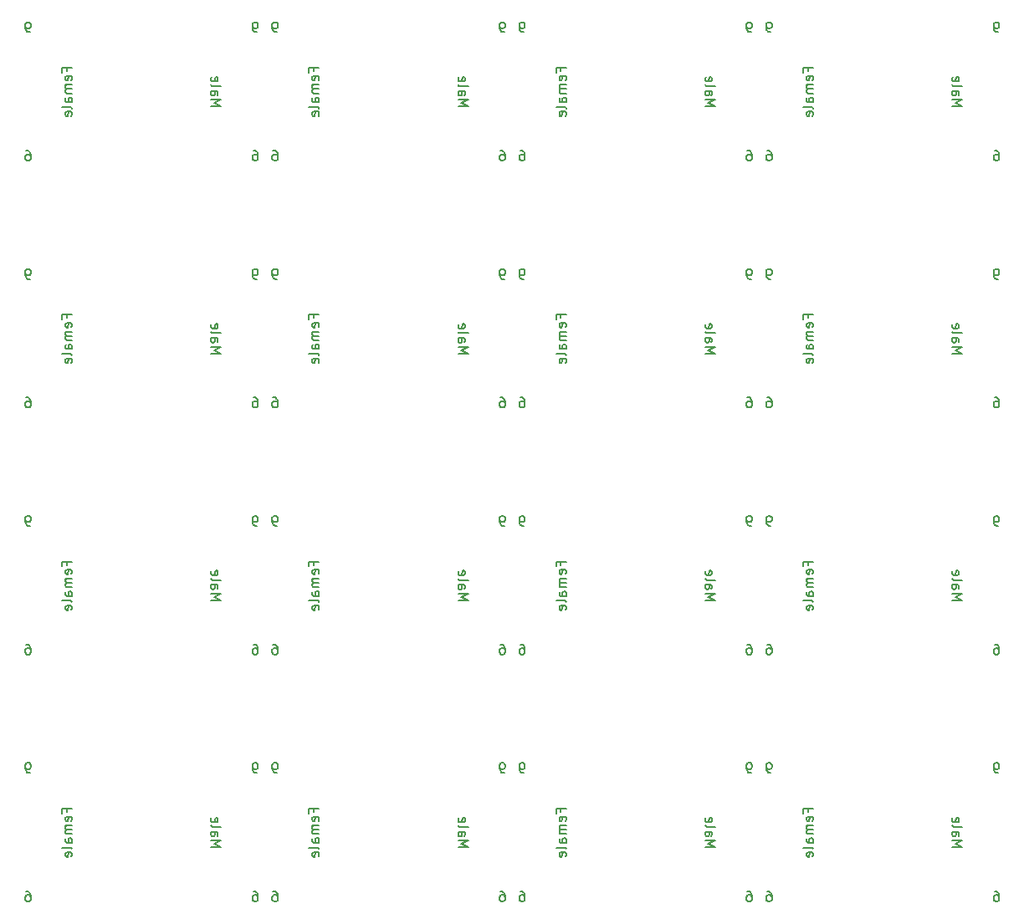
<source format=gbo>
G04 #@! TF.GenerationSoftware,KiCad,Pcbnew,(5.1.5)-3*
G04 #@! TF.CreationDate,2021-04-28T18:54:50+09:00*
G04 #@! TF.ProjectId,DSub9TestPoint.kicad_pcb(4x4),44537562-3954-4657-9374-506f696e742e,rev?*
G04 #@! TF.SameCoordinates,Original*
G04 #@! TF.FileFunction,Legend,Bot*
G04 #@! TF.FilePolarity,Positive*
%FSLAX46Y46*%
G04 Gerber Fmt 4.6, Leading zero omitted, Abs format (unit mm)*
G04 Created by KiCad (PCBNEW (5.1.5)-3) date 2021-04-28 18:54:50*
%MOMM*%
%LPD*%
G04 APERTURE LIST*
%ADD10C,0.150000*%
G04 APERTURE END LIST*
D10*
X125809523Y-143452380D02*
X126000000Y-143452380D01*
X126095238Y-143500000D01*
X126142857Y-143547619D01*
X126238095Y-143690476D01*
X126285714Y-143880952D01*
X126285714Y-144261904D01*
X126238095Y-144357142D01*
X126190476Y-144404761D01*
X126095238Y-144452380D01*
X125904761Y-144452380D01*
X125809523Y-144404761D01*
X125761904Y-144357142D01*
X125714285Y-144261904D01*
X125714285Y-144023809D01*
X125761904Y-143928571D01*
X125809523Y-143880952D01*
X125904761Y-143833333D01*
X126095238Y-143833333D01*
X126190476Y-143880952D01*
X126238095Y-143928571D01*
X126285714Y-144023809D01*
X149190476Y-56452380D02*
X149000000Y-56452380D01*
X148904761Y-56404761D01*
X148857142Y-56357142D01*
X148761904Y-56214285D01*
X148714285Y-56023809D01*
X148714285Y-55642857D01*
X148761904Y-55547619D01*
X148809523Y-55500000D01*
X148904761Y-55452380D01*
X149095238Y-55452380D01*
X149190476Y-55500000D01*
X149238095Y-55547619D01*
X149285714Y-55642857D01*
X149285714Y-55880952D01*
X149238095Y-55976190D01*
X149190476Y-56023809D01*
X149095238Y-56071428D01*
X148904761Y-56071428D01*
X148809523Y-56023809D01*
X148761904Y-55976190D01*
X148714285Y-55880952D01*
X126190476Y-56452380D02*
X126000000Y-56452380D01*
X125904761Y-56404761D01*
X125857142Y-56357142D01*
X125761904Y-56214285D01*
X125714285Y-56023809D01*
X125714285Y-55642857D01*
X125761904Y-55547619D01*
X125809523Y-55500000D01*
X125904761Y-55452380D01*
X126095238Y-55452380D01*
X126190476Y-55500000D01*
X126238095Y-55547619D01*
X126285714Y-55642857D01*
X126285714Y-55880952D01*
X126238095Y-55976190D01*
X126190476Y-56023809D01*
X126095238Y-56071428D01*
X125904761Y-56071428D01*
X125809523Y-56023809D01*
X125761904Y-55976190D01*
X125714285Y-55880952D01*
X126190476Y-131452380D02*
X126000000Y-131452380D01*
X125904761Y-131404761D01*
X125857142Y-131357142D01*
X125761904Y-131214285D01*
X125714285Y-131023809D01*
X125714285Y-130642857D01*
X125761904Y-130547619D01*
X125809523Y-130500000D01*
X125904761Y-130452380D01*
X126095238Y-130452380D01*
X126190476Y-130500000D01*
X126238095Y-130547619D01*
X126285714Y-130642857D01*
X126285714Y-130880952D01*
X126238095Y-130976190D01*
X126190476Y-131023809D01*
X126095238Y-131071428D01*
X125904761Y-131071428D01*
X125809523Y-131023809D01*
X125761904Y-130976190D01*
X125714285Y-130880952D01*
X125809523Y-68452380D02*
X126000000Y-68452380D01*
X126095238Y-68500000D01*
X126142857Y-68547619D01*
X126238095Y-68690476D01*
X126285714Y-68880952D01*
X126285714Y-69261904D01*
X126238095Y-69357142D01*
X126190476Y-69404761D01*
X126095238Y-69452380D01*
X125904761Y-69452380D01*
X125809523Y-69404761D01*
X125761904Y-69357142D01*
X125714285Y-69261904D01*
X125714285Y-69023809D01*
X125761904Y-68928571D01*
X125809523Y-68880952D01*
X125904761Y-68833333D01*
X126095238Y-68833333D01*
X126190476Y-68880952D01*
X126238095Y-68928571D01*
X126285714Y-69023809D01*
X144547619Y-138976190D02*
X145547619Y-138976190D01*
X144833333Y-138642857D01*
X145547619Y-138309523D01*
X144547619Y-138309523D01*
X144547619Y-137404761D02*
X145071428Y-137404761D01*
X145166666Y-137452380D01*
X145214285Y-137547619D01*
X145214285Y-137738095D01*
X145166666Y-137833333D01*
X144595238Y-137404761D02*
X144547619Y-137500000D01*
X144547619Y-137738095D01*
X144595238Y-137833333D01*
X144690476Y-137880952D01*
X144785714Y-137880952D01*
X144880952Y-137833333D01*
X144928571Y-137738095D01*
X144928571Y-137500000D01*
X144976190Y-137404761D01*
X144547619Y-136785714D02*
X144595238Y-136880952D01*
X144690476Y-136928571D01*
X145547619Y-136928571D01*
X144595238Y-136023809D02*
X144547619Y-136119047D01*
X144547619Y-136309523D01*
X144595238Y-136404761D01*
X144690476Y-136452380D01*
X145071428Y-136452380D01*
X145166666Y-136404761D01*
X145214285Y-136309523D01*
X145214285Y-136119047D01*
X145166666Y-136023809D01*
X145071428Y-135976190D01*
X144976190Y-135976190D01*
X144880952Y-136452380D01*
X148809523Y-68452380D02*
X149000000Y-68452380D01*
X149095238Y-68500000D01*
X149142857Y-68547619D01*
X149238095Y-68690476D01*
X149285714Y-68880952D01*
X149285714Y-69261904D01*
X149238095Y-69357142D01*
X149190476Y-69404761D01*
X149095238Y-69452380D01*
X148904761Y-69452380D01*
X148809523Y-69404761D01*
X148761904Y-69357142D01*
X148714285Y-69261904D01*
X148714285Y-69023809D01*
X148761904Y-68928571D01*
X148809523Y-68880952D01*
X148904761Y-68833333D01*
X149095238Y-68833333D01*
X149190476Y-68880952D01*
X149238095Y-68928571D01*
X149285714Y-69023809D01*
X144547619Y-63976190D02*
X145547619Y-63976190D01*
X144833333Y-63642857D01*
X145547619Y-63309523D01*
X144547619Y-63309523D01*
X144547619Y-62404761D02*
X145071428Y-62404761D01*
X145166666Y-62452380D01*
X145214285Y-62547619D01*
X145214285Y-62738095D01*
X145166666Y-62833333D01*
X144595238Y-62404761D02*
X144547619Y-62500000D01*
X144547619Y-62738095D01*
X144595238Y-62833333D01*
X144690476Y-62880952D01*
X144785714Y-62880952D01*
X144880952Y-62833333D01*
X144928571Y-62738095D01*
X144928571Y-62500000D01*
X144976190Y-62404761D01*
X144547619Y-61785714D02*
X144595238Y-61880952D01*
X144690476Y-61928571D01*
X145547619Y-61928571D01*
X144595238Y-61023809D02*
X144547619Y-61119047D01*
X144547619Y-61309523D01*
X144595238Y-61404761D01*
X144690476Y-61452380D01*
X145071428Y-61452380D01*
X145166666Y-61404761D01*
X145214285Y-61309523D01*
X145214285Y-61119047D01*
X145166666Y-61023809D01*
X145071428Y-60976190D01*
X144976190Y-60976190D01*
X144880952Y-61452380D01*
X129928571Y-135404761D02*
X129928571Y-135071428D01*
X130452380Y-135071428D02*
X129452380Y-135071428D01*
X129452380Y-135547619D01*
X130404761Y-136309523D02*
X130452380Y-136214285D01*
X130452380Y-136023809D01*
X130404761Y-135928571D01*
X130309523Y-135880952D01*
X129928571Y-135880952D01*
X129833333Y-135928571D01*
X129785714Y-136023809D01*
X129785714Y-136214285D01*
X129833333Y-136309523D01*
X129928571Y-136357142D01*
X130023809Y-136357142D01*
X130119047Y-135880952D01*
X130452380Y-136785714D02*
X129785714Y-136785714D01*
X129880952Y-136785714D02*
X129833333Y-136833333D01*
X129785714Y-136928571D01*
X129785714Y-137071428D01*
X129833333Y-137166666D01*
X129928571Y-137214285D01*
X130452380Y-137214285D01*
X129928571Y-137214285D02*
X129833333Y-137261904D01*
X129785714Y-137357142D01*
X129785714Y-137500000D01*
X129833333Y-137595238D01*
X129928571Y-137642857D01*
X130452380Y-137642857D01*
X130452380Y-138547619D02*
X129928571Y-138547619D01*
X129833333Y-138500000D01*
X129785714Y-138404761D01*
X129785714Y-138214285D01*
X129833333Y-138119047D01*
X130404761Y-138547619D02*
X130452380Y-138452380D01*
X130452380Y-138214285D01*
X130404761Y-138119047D01*
X130309523Y-138071428D01*
X130214285Y-138071428D01*
X130119047Y-138119047D01*
X130071428Y-138214285D01*
X130071428Y-138452380D01*
X130023809Y-138547619D01*
X130452380Y-139166666D02*
X130404761Y-139071428D01*
X130309523Y-139023809D01*
X129452380Y-139023809D01*
X130404761Y-139928571D02*
X130452380Y-139833333D01*
X130452380Y-139642857D01*
X130404761Y-139547619D01*
X130309523Y-139500000D01*
X129928571Y-139500000D01*
X129833333Y-139547619D01*
X129785714Y-139642857D01*
X129785714Y-139833333D01*
X129833333Y-139928571D01*
X129928571Y-139976190D01*
X130023809Y-139976190D01*
X130119047Y-139500000D01*
X125809523Y-118452380D02*
X126000000Y-118452380D01*
X126095238Y-118500000D01*
X126142857Y-118547619D01*
X126238095Y-118690476D01*
X126285714Y-118880952D01*
X126285714Y-119261904D01*
X126238095Y-119357142D01*
X126190476Y-119404761D01*
X126095238Y-119452380D01*
X125904761Y-119452380D01*
X125809523Y-119404761D01*
X125761904Y-119357142D01*
X125714285Y-119261904D01*
X125714285Y-119023809D01*
X125761904Y-118928571D01*
X125809523Y-118880952D01*
X125904761Y-118833333D01*
X126095238Y-118833333D01*
X126190476Y-118880952D01*
X126238095Y-118928571D01*
X126285714Y-119023809D01*
X148809523Y-143452380D02*
X149000000Y-143452380D01*
X149095238Y-143500000D01*
X149142857Y-143547619D01*
X149238095Y-143690476D01*
X149285714Y-143880952D01*
X149285714Y-144261904D01*
X149238095Y-144357142D01*
X149190476Y-144404761D01*
X149095238Y-144452380D01*
X148904761Y-144452380D01*
X148809523Y-144404761D01*
X148761904Y-144357142D01*
X148714285Y-144261904D01*
X148714285Y-144023809D01*
X148761904Y-143928571D01*
X148809523Y-143880952D01*
X148904761Y-143833333D01*
X149095238Y-143833333D01*
X149190476Y-143880952D01*
X149238095Y-143928571D01*
X149285714Y-144023809D01*
X129928571Y-60404761D02*
X129928571Y-60071428D01*
X130452380Y-60071428D02*
X129452380Y-60071428D01*
X129452380Y-60547619D01*
X130404761Y-61309523D02*
X130452380Y-61214285D01*
X130452380Y-61023809D01*
X130404761Y-60928571D01*
X130309523Y-60880952D01*
X129928571Y-60880952D01*
X129833333Y-60928571D01*
X129785714Y-61023809D01*
X129785714Y-61214285D01*
X129833333Y-61309523D01*
X129928571Y-61357142D01*
X130023809Y-61357142D01*
X130119047Y-60880952D01*
X130452380Y-61785714D02*
X129785714Y-61785714D01*
X129880952Y-61785714D02*
X129833333Y-61833333D01*
X129785714Y-61928571D01*
X129785714Y-62071428D01*
X129833333Y-62166666D01*
X129928571Y-62214285D01*
X130452380Y-62214285D01*
X129928571Y-62214285D02*
X129833333Y-62261904D01*
X129785714Y-62357142D01*
X129785714Y-62500000D01*
X129833333Y-62595238D01*
X129928571Y-62642857D01*
X130452380Y-62642857D01*
X130452380Y-63547619D02*
X129928571Y-63547619D01*
X129833333Y-63500000D01*
X129785714Y-63404761D01*
X129785714Y-63214285D01*
X129833333Y-63119047D01*
X130404761Y-63547619D02*
X130452380Y-63452380D01*
X130452380Y-63214285D01*
X130404761Y-63119047D01*
X130309523Y-63071428D01*
X130214285Y-63071428D01*
X130119047Y-63119047D01*
X130071428Y-63214285D01*
X130071428Y-63452380D01*
X130023809Y-63547619D01*
X130452380Y-64166666D02*
X130404761Y-64071428D01*
X130309523Y-64023809D01*
X129452380Y-64023809D01*
X130404761Y-64928571D02*
X130452380Y-64833333D01*
X130452380Y-64642857D01*
X130404761Y-64547619D01*
X130309523Y-64500000D01*
X129928571Y-64500000D01*
X129833333Y-64547619D01*
X129785714Y-64642857D01*
X129785714Y-64833333D01*
X129833333Y-64928571D01*
X129928571Y-64976190D01*
X130023809Y-64976190D01*
X130119047Y-64500000D01*
X149190476Y-131452380D02*
X149000000Y-131452380D01*
X148904761Y-131404761D01*
X148857142Y-131357142D01*
X148761904Y-131214285D01*
X148714285Y-131023809D01*
X148714285Y-130642857D01*
X148761904Y-130547619D01*
X148809523Y-130500000D01*
X148904761Y-130452380D01*
X149095238Y-130452380D01*
X149190476Y-130500000D01*
X149238095Y-130547619D01*
X149285714Y-130642857D01*
X149285714Y-130880952D01*
X149238095Y-130976190D01*
X149190476Y-131023809D01*
X149095238Y-131071428D01*
X148904761Y-131071428D01*
X148809523Y-131023809D01*
X148761904Y-130976190D01*
X148714285Y-130880952D01*
X100809523Y-68452380D02*
X101000000Y-68452380D01*
X101095238Y-68500000D01*
X101142857Y-68547619D01*
X101238095Y-68690476D01*
X101285714Y-68880952D01*
X101285714Y-69261904D01*
X101238095Y-69357142D01*
X101190476Y-69404761D01*
X101095238Y-69452380D01*
X100904761Y-69452380D01*
X100809523Y-69404761D01*
X100761904Y-69357142D01*
X100714285Y-69261904D01*
X100714285Y-69023809D01*
X100761904Y-68928571D01*
X100809523Y-68880952D01*
X100904761Y-68833333D01*
X101095238Y-68833333D01*
X101190476Y-68880952D01*
X101238095Y-68928571D01*
X101285714Y-69023809D01*
X124190476Y-56452380D02*
X124000000Y-56452380D01*
X123904761Y-56404761D01*
X123857142Y-56357142D01*
X123761904Y-56214285D01*
X123714285Y-56023809D01*
X123714285Y-55642857D01*
X123761904Y-55547619D01*
X123809523Y-55500000D01*
X123904761Y-55452380D01*
X124095238Y-55452380D01*
X124190476Y-55500000D01*
X124238095Y-55547619D01*
X124285714Y-55642857D01*
X124285714Y-55880952D01*
X124238095Y-55976190D01*
X124190476Y-56023809D01*
X124095238Y-56071428D01*
X123904761Y-56071428D01*
X123809523Y-56023809D01*
X123761904Y-55976190D01*
X123714285Y-55880952D01*
X104928571Y-60404761D02*
X104928571Y-60071428D01*
X105452380Y-60071428D02*
X104452380Y-60071428D01*
X104452380Y-60547619D01*
X105404761Y-61309523D02*
X105452380Y-61214285D01*
X105452380Y-61023809D01*
X105404761Y-60928571D01*
X105309523Y-60880952D01*
X104928571Y-60880952D01*
X104833333Y-60928571D01*
X104785714Y-61023809D01*
X104785714Y-61214285D01*
X104833333Y-61309523D01*
X104928571Y-61357142D01*
X105023809Y-61357142D01*
X105119047Y-60880952D01*
X105452380Y-61785714D02*
X104785714Y-61785714D01*
X104880952Y-61785714D02*
X104833333Y-61833333D01*
X104785714Y-61928571D01*
X104785714Y-62071428D01*
X104833333Y-62166666D01*
X104928571Y-62214285D01*
X105452380Y-62214285D01*
X104928571Y-62214285D02*
X104833333Y-62261904D01*
X104785714Y-62357142D01*
X104785714Y-62500000D01*
X104833333Y-62595238D01*
X104928571Y-62642857D01*
X105452380Y-62642857D01*
X105452380Y-63547619D02*
X104928571Y-63547619D01*
X104833333Y-63500000D01*
X104785714Y-63404761D01*
X104785714Y-63214285D01*
X104833333Y-63119047D01*
X105404761Y-63547619D02*
X105452380Y-63452380D01*
X105452380Y-63214285D01*
X105404761Y-63119047D01*
X105309523Y-63071428D01*
X105214285Y-63071428D01*
X105119047Y-63119047D01*
X105071428Y-63214285D01*
X105071428Y-63452380D01*
X105023809Y-63547619D01*
X105452380Y-64166666D02*
X105404761Y-64071428D01*
X105309523Y-64023809D01*
X104452380Y-64023809D01*
X105404761Y-64928571D02*
X105452380Y-64833333D01*
X105452380Y-64642857D01*
X105404761Y-64547619D01*
X105309523Y-64500000D01*
X104928571Y-64500000D01*
X104833333Y-64547619D01*
X104785714Y-64642857D01*
X104785714Y-64833333D01*
X104833333Y-64928571D01*
X104928571Y-64976190D01*
X105023809Y-64976190D01*
X105119047Y-64500000D01*
X123809523Y-68452380D02*
X124000000Y-68452380D01*
X124095238Y-68500000D01*
X124142857Y-68547619D01*
X124238095Y-68690476D01*
X124285714Y-68880952D01*
X124285714Y-69261904D01*
X124238095Y-69357142D01*
X124190476Y-69404761D01*
X124095238Y-69452380D01*
X123904761Y-69452380D01*
X123809523Y-69404761D01*
X123761904Y-69357142D01*
X123714285Y-69261904D01*
X123714285Y-69023809D01*
X123761904Y-68928571D01*
X123809523Y-68880952D01*
X123904761Y-68833333D01*
X124095238Y-68833333D01*
X124190476Y-68880952D01*
X124238095Y-68928571D01*
X124285714Y-69023809D01*
X101190476Y-56452380D02*
X101000000Y-56452380D01*
X100904761Y-56404761D01*
X100857142Y-56357142D01*
X100761904Y-56214285D01*
X100714285Y-56023809D01*
X100714285Y-55642857D01*
X100761904Y-55547619D01*
X100809523Y-55500000D01*
X100904761Y-55452380D01*
X101095238Y-55452380D01*
X101190476Y-55500000D01*
X101238095Y-55547619D01*
X101285714Y-55642857D01*
X101285714Y-55880952D01*
X101238095Y-55976190D01*
X101190476Y-56023809D01*
X101095238Y-56071428D01*
X100904761Y-56071428D01*
X100809523Y-56023809D01*
X100761904Y-55976190D01*
X100714285Y-55880952D01*
X119547619Y-63976190D02*
X120547619Y-63976190D01*
X119833333Y-63642857D01*
X120547619Y-63309523D01*
X119547619Y-63309523D01*
X119547619Y-62404761D02*
X120071428Y-62404761D01*
X120166666Y-62452380D01*
X120214285Y-62547619D01*
X120214285Y-62738095D01*
X120166666Y-62833333D01*
X119595238Y-62404761D02*
X119547619Y-62500000D01*
X119547619Y-62738095D01*
X119595238Y-62833333D01*
X119690476Y-62880952D01*
X119785714Y-62880952D01*
X119880952Y-62833333D01*
X119928571Y-62738095D01*
X119928571Y-62500000D01*
X119976190Y-62404761D01*
X119547619Y-61785714D02*
X119595238Y-61880952D01*
X119690476Y-61928571D01*
X120547619Y-61928571D01*
X119595238Y-61023809D02*
X119547619Y-61119047D01*
X119547619Y-61309523D01*
X119595238Y-61404761D01*
X119690476Y-61452380D01*
X120071428Y-61452380D01*
X120166666Y-61404761D01*
X120214285Y-61309523D01*
X120214285Y-61119047D01*
X120166666Y-61023809D01*
X120071428Y-60976190D01*
X119976190Y-60976190D01*
X119880952Y-61452380D01*
X149190476Y-106452380D02*
X149000000Y-106452380D01*
X148904761Y-106404761D01*
X148857142Y-106357142D01*
X148761904Y-106214285D01*
X148714285Y-106023809D01*
X148714285Y-105642857D01*
X148761904Y-105547619D01*
X148809523Y-105500000D01*
X148904761Y-105452380D01*
X149095238Y-105452380D01*
X149190476Y-105500000D01*
X149238095Y-105547619D01*
X149285714Y-105642857D01*
X149285714Y-105880952D01*
X149238095Y-105976190D01*
X149190476Y-106023809D01*
X149095238Y-106071428D01*
X148904761Y-106071428D01*
X148809523Y-106023809D01*
X148761904Y-105976190D01*
X148714285Y-105880952D01*
X144547619Y-113976190D02*
X145547619Y-113976190D01*
X144833333Y-113642857D01*
X145547619Y-113309523D01*
X144547619Y-113309523D01*
X144547619Y-112404761D02*
X145071428Y-112404761D01*
X145166666Y-112452380D01*
X145214285Y-112547619D01*
X145214285Y-112738095D01*
X145166666Y-112833333D01*
X144595238Y-112404761D02*
X144547619Y-112500000D01*
X144547619Y-112738095D01*
X144595238Y-112833333D01*
X144690476Y-112880952D01*
X144785714Y-112880952D01*
X144880952Y-112833333D01*
X144928571Y-112738095D01*
X144928571Y-112500000D01*
X144976190Y-112404761D01*
X144547619Y-111785714D02*
X144595238Y-111880952D01*
X144690476Y-111928571D01*
X145547619Y-111928571D01*
X144595238Y-111023809D02*
X144547619Y-111119047D01*
X144547619Y-111309523D01*
X144595238Y-111404761D01*
X144690476Y-111452380D01*
X145071428Y-111452380D01*
X145166666Y-111404761D01*
X145214285Y-111309523D01*
X145214285Y-111119047D01*
X145166666Y-111023809D01*
X145071428Y-110976190D01*
X144976190Y-110976190D01*
X144880952Y-111452380D01*
X126190476Y-106452380D02*
X126000000Y-106452380D01*
X125904761Y-106404761D01*
X125857142Y-106357142D01*
X125761904Y-106214285D01*
X125714285Y-106023809D01*
X125714285Y-105642857D01*
X125761904Y-105547619D01*
X125809523Y-105500000D01*
X125904761Y-105452380D01*
X126095238Y-105452380D01*
X126190476Y-105500000D01*
X126238095Y-105547619D01*
X126285714Y-105642857D01*
X126285714Y-105880952D01*
X126238095Y-105976190D01*
X126190476Y-106023809D01*
X126095238Y-106071428D01*
X125904761Y-106071428D01*
X125809523Y-106023809D01*
X125761904Y-105976190D01*
X125714285Y-105880952D01*
X144547619Y-88976190D02*
X145547619Y-88976190D01*
X144833333Y-88642857D01*
X145547619Y-88309523D01*
X144547619Y-88309523D01*
X144547619Y-87404761D02*
X145071428Y-87404761D01*
X145166666Y-87452380D01*
X145214285Y-87547619D01*
X145214285Y-87738095D01*
X145166666Y-87833333D01*
X144595238Y-87404761D02*
X144547619Y-87500000D01*
X144547619Y-87738095D01*
X144595238Y-87833333D01*
X144690476Y-87880952D01*
X144785714Y-87880952D01*
X144880952Y-87833333D01*
X144928571Y-87738095D01*
X144928571Y-87500000D01*
X144976190Y-87404761D01*
X144547619Y-86785714D02*
X144595238Y-86880952D01*
X144690476Y-86928571D01*
X145547619Y-86928571D01*
X144595238Y-86023809D02*
X144547619Y-86119047D01*
X144547619Y-86309523D01*
X144595238Y-86404761D01*
X144690476Y-86452380D01*
X145071428Y-86452380D01*
X145166666Y-86404761D01*
X145214285Y-86309523D01*
X145214285Y-86119047D01*
X145166666Y-86023809D01*
X145071428Y-85976190D01*
X144976190Y-85976190D01*
X144880952Y-86452380D01*
X129928571Y-85404761D02*
X129928571Y-85071428D01*
X130452380Y-85071428D02*
X129452380Y-85071428D01*
X129452380Y-85547619D01*
X130404761Y-86309523D02*
X130452380Y-86214285D01*
X130452380Y-86023809D01*
X130404761Y-85928571D01*
X130309523Y-85880952D01*
X129928571Y-85880952D01*
X129833333Y-85928571D01*
X129785714Y-86023809D01*
X129785714Y-86214285D01*
X129833333Y-86309523D01*
X129928571Y-86357142D01*
X130023809Y-86357142D01*
X130119047Y-85880952D01*
X130452380Y-86785714D02*
X129785714Y-86785714D01*
X129880952Y-86785714D02*
X129833333Y-86833333D01*
X129785714Y-86928571D01*
X129785714Y-87071428D01*
X129833333Y-87166666D01*
X129928571Y-87214285D01*
X130452380Y-87214285D01*
X129928571Y-87214285D02*
X129833333Y-87261904D01*
X129785714Y-87357142D01*
X129785714Y-87500000D01*
X129833333Y-87595238D01*
X129928571Y-87642857D01*
X130452380Y-87642857D01*
X130452380Y-88547619D02*
X129928571Y-88547619D01*
X129833333Y-88500000D01*
X129785714Y-88404761D01*
X129785714Y-88214285D01*
X129833333Y-88119047D01*
X130404761Y-88547619D02*
X130452380Y-88452380D01*
X130452380Y-88214285D01*
X130404761Y-88119047D01*
X130309523Y-88071428D01*
X130214285Y-88071428D01*
X130119047Y-88119047D01*
X130071428Y-88214285D01*
X130071428Y-88452380D01*
X130023809Y-88547619D01*
X130452380Y-89166666D02*
X130404761Y-89071428D01*
X130309523Y-89023809D01*
X129452380Y-89023809D01*
X130404761Y-89928571D02*
X130452380Y-89833333D01*
X130452380Y-89642857D01*
X130404761Y-89547619D01*
X130309523Y-89500000D01*
X129928571Y-89500000D01*
X129833333Y-89547619D01*
X129785714Y-89642857D01*
X129785714Y-89833333D01*
X129833333Y-89928571D01*
X129928571Y-89976190D01*
X130023809Y-89976190D01*
X130119047Y-89500000D01*
X149190476Y-81452380D02*
X149000000Y-81452380D01*
X148904761Y-81404761D01*
X148857142Y-81357142D01*
X148761904Y-81214285D01*
X148714285Y-81023809D01*
X148714285Y-80642857D01*
X148761904Y-80547619D01*
X148809523Y-80500000D01*
X148904761Y-80452380D01*
X149095238Y-80452380D01*
X149190476Y-80500000D01*
X149238095Y-80547619D01*
X149285714Y-80642857D01*
X149285714Y-80880952D01*
X149238095Y-80976190D01*
X149190476Y-81023809D01*
X149095238Y-81071428D01*
X148904761Y-81071428D01*
X148809523Y-81023809D01*
X148761904Y-80976190D01*
X148714285Y-80880952D01*
X148809523Y-93452380D02*
X149000000Y-93452380D01*
X149095238Y-93500000D01*
X149142857Y-93547619D01*
X149238095Y-93690476D01*
X149285714Y-93880952D01*
X149285714Y-94261904D01*
X149238095Y-94357142D01*
X149190476Y-94404761D01*
X149095238Y-94452380D01*
X148904761Y-94452380D01*
X148809523Y-94404761D01*
X148761904Y-94357142D01*
X148714285Y-94261904D01*
X148714285Y-94023809D01*
X148761904Y-93928571D01*
X148809523Y-93880952D01*
X148904761Y-93833333D01*
X149095238Y-93833333D01*
X149190476Y-93880952D01*
X149238095Y-93928571D01*
X149285714Y-94023809D01*
X148809523Y-118452380D02*
X149000000Y-118452380D01*
X149095238Y-118500000D01*
X149142857Y-118547619D01*
X149238095Y-118690476D01*
X149285714Y-118880952D01*
X149285714Y-119261904D01*
X149238095Y-119357142D01*
X149190476Y-119404761D01*
X149095238Y-119452380D01*
X148904761Y-119452380D01*
X148809523Y-119404761D01*
X148761904Y-119357142D01*
X148714285Y-119261904D01*
X148714285Y-119023809D01*
X148761904Y-118928571D01*
X148809523Y-118880952D01*
X148904761Y-118833333D01*
X149095238Y-118833333D01*
X149190476Y-118880952D01*
X149238095Y-118928571D01*
X149285714Y-119023809D01*
X126190476Y-81452380D02*
X126000000Y-81452380D01*
X125904761Y-81404761D01*
X125857142Y-81357142D01*
X125761904Y-81214285D01*
X125714285Y-81023809D01*
X125714285Y-80642857D01*
X125761904Y-80547619D01*
X125809523Y-80500000D01*
X125904761Y-80452380D01*
X126095238Y-80452380D01*
X126190476Y-80500000D01*
X126238095Y-80547619D01*
X126285714Y-80642857D01*
X126285714Y-80880952D01*
X126238095Y-80976190D01*
X126190476Y-81023809D01*
X126095238Y-81071428D01*
X125904761Y-81071428D01*
X125809523Y-81023809D01*
X125761904Y-80976190D01*
X125714285Y-80880952D01*
X129928571Y-110404761D02*
X129928571Y-110071428D01*
X130452380Y-110071428D02*
X129452380Y-110071428D01*
X129452380Y-110547619D01*
X130404761Y-111309523D02*
X130452380Y-111214285D01*
X130452380Y-111023809D01*
X130404761Y-110928571D01*
X130309523Y-110880952D01*
X129928571Y-110880952D01*
X129833333Y-110928571D01*
X129785714Y-111023809D01*
X129785714Y-111214285D01*
X129833333Y-111309523D01*
X129928571Y-111357142D01*
X130023809Y-111357142D01*
X130119047Y-110880952D01*
X130452380Y-111785714D02*
X129785714Y-111785714D01*
X129880952Y-111785714D02*
X129833333Y-111833333D01*
X129785714Y-111928571D01*
X129785714Y-112071428D01*
X129833333Y-112166666D01*
X129928571Y-112214285D01*
X130452380Y-112214285D01*
X129928571Y-112214285D02*
X129833333Y-112261904D01*
X129785714Y-112357142D01*
X129785714Y-112500000D01*
X129833333Y-112595238D01*
X129928571Y-112642857D01*
X130452380Y-112642857D01*
X130452380Y-113547619D02*
X129928571Y-113547619D01*
X129833333Y-113500000D01*
X129785714Y-113404761D01*
X129785714Y-113214285D01*
X129833333Y-113119047D01*
X130404761Y-113547619D02*
X130452380Y-113452380D01*
X130452380Y-113214285D01*
X130404761Y-113119047D01*
X130309523Y-113071428D01*
X130214285Y-113071428D01*
X130119047Y-113119047D01*
X130071428Y-113214285D01*
X130071428Y-113452380D01*
X130023809Y-113547619D01*
X130452380Y-114166666D02*
X130404761Y-114071428D01*
X130309523Y-114023809D01*
X129452380Y-114023809D01*
X130404761Y-114928571D02*
X130452380Y-114833333D01*
X130452380Y-114642857D01*
X130404761Y-114547619D01*
X130309523Y-114500000D01*
X129928571Y-114500000D01*
X129833333Y-114547619D01*
X129785714Y-114642857D01*
X129785714Y-114833333D01*
X129833333Y-114928571D01*
X129928571Y-114976190D01*
X130023809Y-114976190D01*
X130119047Y-114500000D01*
X125809523Y-93452380D02*
X126000000Y-93452380D01*
X126095238Y-93500000D01*
X126142857Y-93547619D01*
X126238095Y-93690476D01*
X126285714Y-93880952D01*
X126285714Y-94261904D01*
X126238095Y-94357142D01*
X126190476Y-94404761D01*
X126095238Y-94452380D01*
X125904761Y-94452380D01*
X125809523Y-94404761D01*
X125761904Y-94357142D01*
X125714285Y-94261904D01*
X125714285Y-94023809D01*
X125761904Y-93928571D01*
X125809523Y-93880952D01*
X125904761Y-93833333D01*
X126095238Y-93833333D01*
X126190476Y-93880952D01*
X126238095Y-93928571D01*
X126285714Y-94023809D01*
X119547619Y-138976190D02*
X120547619Y-138976190D01*
X119833333Y-138642857D01*
X120547619Y-138309523D01*
X119547619Y-138309523D01*
X119547619Y-137404761D02*
X120071428Y-137404761D01*
X120166666Y-137452380D01*
X120214285Y-137547619D01*
X120214285Y-137738095D01*
X120166666Y-137833333D01*
X119595238Y-137404761D02*
X119547619Y-137500000D01*
X119547619Y-137738095D01*
X119595238Y-137833333D01*
X119690476Y-137880952D01*
X119785714Y-137880952D01*
X119880952Y-137833333D01*
X119928571Y-137738095D01*
X119928571Y-137500000D01*
X119976190Y-137404761D01*
X119547619Y-136785714D02*
X119595238Y-136880952D01*
X119690476Y-136928571D01*
X120547619Y-136928571D01*
X119595238Y-136023809D02*
X119547619Y-136119047D01*
X119547619Y-136309523D01*
X119595238Y-136404761D01*
X119690476Y-136452380D01*
X120071428Y-136452380D01*
X120166666Y-136404761D01*
X120214285Y-136309523D01*
X120214285Y-136119047D01*
X120166666Y-136023809D01*
X120071428Y-135976190D01*
X119976190Y-135976190D01*
X119880952Y-136452380D01*
X124190476Y-131452380D02*
X124000000Y-131452380D01*
X123904761Y-131404761D01*
X123857142Y-131357142D01*
X123761904Y-131214285D01*
X123714285Y-131023809D01*
X123714285Y-130642857D01*
X123761904Y-130547619D01*
X123809523Y-130500000D01*
X123904761Y-130452380D01*
X124095238Y-130452380D01*
X124190476Y-130500000D01*
X124238095Y-130547619D01*
X124285714Y-130642857D01*
X124285714Y-130880952D01*
X124238095Y-130976190D01*
X124190476Y-131023809D01*
X124095238Y-131071428D01*
X123904761Y-131071428D01*
X123809523Y-131023809D01*
X123761904Y-130976190D01*
X123714285Y-130880952D01*
X123809523Y-143452380D02*
X124000000Y-143452380D01*
X124095238Y-143500000D01*
X124142857Y-143547619D01*
X124238095Y-143690476D01*
X124285714Y-143880952D01*
X124285714Y-144261904D01*
X124238095Y-144357142D01*
X124190476Y-144404761D01*
X124095238Y-144452380D01*
X123904761Y-144452380D01*
X123809523Y-144404761D01*
X123761904Y-144357142D01*
X123714285Y-144261904D01*
X123714285Y-144023809D01*
X123761904Y-143928571D01*
X123809523Y-143880952D01*
X123904761Y-143833333D01*
X124095238Y-143833333D01*
X124190476Y-143880952D01*
X124238095Y-143928571D01*
X124285714Y-144023809D01*
X104928571Y-135404761D02*
X104928571Y-135071428D01*
X105452380Y-135071428D02*
X104452380Y-135071428D01*
X104452380Y-135547619D01*
X105404761Y-136309523D02*
X105452380Y-136214285D01*
X105452380Y-136023809D01*
X105404761Y-135928571D01*
X105309523Y-135880952D01*
X104928571Y-135880952D01*
X104833333Y-135928571D01*
X104785714Y-136023809D01*
X104785714Y-136214285D01*
X104833333Y-136309523D01*
X104928571Y-136357142D01*
X105023809Y-136357142D01*
X105119047Y-135880952D01*
X105452380Y-136785714D02*
X104785714Y-136785714D01*
X104880952Y-136785714D02*
X104833333Y-136833333D01*
X104785714Y-136928571D01*
X104785714Y-137071428D01*
X104833333Y-137166666D01*
X104928571Y-137214285D01*
X105452380Y-137214285D01*
X104928571Y-137214285D02*
X104833333Y-137261904D01*
X104785714Y-137357142D01*
X104785714Y-137500000D01*
X104833333Y-137595238D01*
X104928571Y-137642857D01*
X105452380Y-137642857D01*
X105452380Y-138547619D02*
X104928571Y-138547619D01*
X104833333Y-138500000D01*
X104785714Y-138404761D01*
X104785714Y-138214285D01*
X104833333Y-138119047D01*
X105404761Y-138547619D02*
X105452380Y-138452380D01*
X105452380Y-138214285D01*
X105404761Y-138119047D01*
X105309523Y-138071428D01*
X105214285Y-138071428D01*
X105119047Y-138119047D01*
X105071428Y-138214285D01*
X105071428Y-138452380D01*
X105023809Y-138547619D01*
X105452380Y-139166666D02*
X105404761Y-139071428D01*
X105309523Y-139023809D01*
X104452380Y-139023809D01*
X105404761Y-139928571D02*
X105452380Y-139833333D01*
X105452380Y-139642857D01*
X105404761Y-139547619D01*
X105309523Y-139500000D01*
X104928571Y-139500000D01*
X104833333Y-139547619D01*
X104785714Y-139642857D01*
X104785714Y-139833333D01*
X104833333Y-139928571D01*
X104928571Y-139976190D01*
X105023809Y-139976190D01*
X105119047Y-139500000D01*
X100809523Y-143452380D02*
X101000000Y-143452380D01*
X101095238Y-143500000D01*
X101142857Y-143547619D01*
X101238095Y-143690476D01*
X101285714Y-143880952D01*
X101285714Y-144261904D01*
X101238095Y-144357142D01*
X101190476Y-144404761D01*
X101095238Y-144452380D01*
X100904761Y-144452380D01*
X100809523Y-144404761D01*
X100761904Y-144357142D01*
X100714285Y-144261904D01*
X100714285Y-144023809D01*
X100761904Y-143928571D01*
X100809523Y-143880952D01*
X100904761Y-143833333D01*
X101095238Y-143833333D01*
X101190476Y-143880952D01*
X101238095Y-143928571D01*
X101285714Y-144023809D01*
X101190476Y-131452380D02*
X101000000Y-131452380D01*
X100904761Y-131404761D01*
X100857142Y-131357142D01*
X100761904Y-131214285D01*
X100714285Y-131023809D01*
X100714285Y-130642857D01*
X100761904Y-130547619D01*
X100809523Y-130500000D01*
X100904761Y-130452380D01*
X101095238Y-130452380D01*
X101190476Y-130500000D01*
X101238095Y-130547619D01*
X101285714Y-130642857D01*
X101285714Y-130880952D01*
X101238095Y-130976190D01*
X101190476Y-131023809D01*
X101095238Y-131071428D01*
X100904761Y-131071428D01*
X100809523Y-131023809D01*
X100761904Y-130976190D01*
X100714285Y-130880952D01*
X100809523Y-118452380D02*
X101000000Y-118452380D01*
X101095238Y-118500000D01*
X101142857Y-118547619D01*
X101238095Y-118690476D01*
X101285714Y-118880952D01*
X101285714Y-119261904D01*
X101238095Y-119357142D01*
X101190476Y-119404761D01*
X101095238Y-119452380D01*
X100904761Y-119452380D01*
X100809523Y-119404761D01*
X100761904Y-119357142D01*
X100714285Y-119261904D01*
X100714285Y-119023809D01*
X100761904Y-118928571D01*
X100809523Y-118880952D01*
X100904761Y-118833333D01*
X101095238Y-118833333D01*
X101190476Y-118880952D01*
X101238095Y-118928571D01*
X101285714Y-119023809D01*
X104928571Y-110404761D02*
X104928571Y-110071428D01*
X105452380Y-110071428D02*
X104452380Y-110071428D01*
X104452380Y-110547619D01*
X105404761Y-111309523D02*
X105452380Y-111214285D01*
X105452380Y-111023809D01*
X105404761Y-110928571D01*
X105309523Y-110880952D01*
X104928571Y-110880952D01*
X104833333Y-110928571D01*
X104785714Y-111023809D01*
X104785714Y-111214285D01*
X104833333Y-111309523D01*
X104928571Y-111357142D01*
X105023809Y-111357142D01*
X105119047Y-110880952D01*
X105452380Y-111785714D02*
X104785714Y-111785714D01*
X104880952Y-111785714D02*
X104833333Y-111833333D01*
X104785714Y-111928571D01*
X104785714Y-112071428D01*
X104833333Y-112166666D01*
X104928571Y-112214285D01*
X105452380Y-112214285D01*
X104928571Y-112214285D02*
X104833333Y-112261904D01*
X104785714Y-112357142D01*
X104785714Y-112500000D01*
X104833333Y-112595238D01*
X104928571Y-112642857D01*
X105452380Y-112642857D01*
X105452380Y-113547619D02*
X104928571Y-113547619D01*
X104833333Y-113500000D01*
X104785714Y-113404761D01*
X104785714Y-113214285D01*
X104833333Y-113119047D01*
X105404761Y-113547619D02*
X105452380Y-113452380D01*
X105452380Y-113214285D01*
X105404761Y-113119047D01*
X105309523Y-113071428D01*
X105214285Y-113071428D01*
X105119047Y-113119047D01*
X105071428Y-113214285D01*
X105071428Y-113452380D01*
X105023809Y-113547619D01*
X105452380Y-114166666D02*
X105404761Y-114071428D01*
X105309523Y-114023809D01*
X104452380Y-114023809D01*
X105404761Y-114928571D02*
X105452380Y-114833333D01*
X105452380Y-114642857D01*
X105404761Y-114547619D01*
X105309523Y-114500000D01*
X104928571Y-114500000D01*
X104833333Y-114547619D01*
X104785714Y-114642857D01*
X104785714Y-114833333D01*
X104833333Y-114928571D01*
X104928571Y-114976190D01*
X105023809Y-114976190D01*
X105119047Y-114500000D01*
X124190476Y-106452380D02*
X124000000Y-106452380D01*
X123904761Y-106404761D01*
X123857142Y-106357142D01*
X123761904Y-106214285D01*
X123714285Y-106023809D01*
X123714285Y-105642857D01*
X123761904Y-105547619D01*
X123809523Y-105500000D01*
X123904761Y-105452380D01*
X124095238Y-105452380D01*
X124190476Y-105500000D01*
X124238095Y-105547619D01*
X124285714Y-105642857D01*
X124285714Y-105880952D01*
X124238095Y-105976190D01*
X124190476Y-106023809D01*
X124095238Y-106071428D01*
X123904761Y-106071428D01*
X123809523Y-106023809D01*
X123761904Y-105976190D01*
X123714285Y-105880952D01*
X123809523Y-118452380D02*
X124000000Y-118452380D01*
X124095238Y-118500000D01*
X124142857Y-118547619D01*
X124238095Y-118690476D01*
X124285714Y-118880952D01*
X124285714Y-119261904D01*
X124238095Y-119357142D01*
X124190476Y-119404761D01*
X124095238Y-119452380D01*
X123904761Y-119452380D01*
X123809523Y-119404761D01*
X123761904Y-119357142D01*
X123714285Y-119261904D01*
X123714285Y-119023809D01*
X123761904Y-118928571D01*
X123809523Y-118880952D01*
X123904761Y-118833333D01*
X124095238Y-118833333D01*
X124190476Y-118880952D01*
X124238095Y-118928571D01*
X124285714Y-119023809D01*
X119547619Y-113976190D02*
X120547619Y-113976190D01*
X119833333Y-113642857D01*
X120547619Y-113309523D01*
X119547619Y-113309523D01*
X119547619Y-112404761D02*
X120071428Y-112404761D01*
X120166666Y-112452380D01*
X120214285Y-112547619D01*
X120214285Y-112738095D01*
X120166666Y-112833333D01*
X119595238Y-112404761D02*
X119547619Y-112500000D01*
X119547619Y-112738095D01*
X119595238Y-112833333D01*
X119690476Y-112880952D01*
X119785714Y-112880952D01*
X119880952Y-112833333D01*
X119928571Y-112738095D01*
X119928571Y-112500000D01*
X119976190Y-112404761D01*
X119547619Y-111785714D02*
X119595238Y-111880952D01*
X119690476Y-111928571D01*
X120547619Y-111928571D01*
X119595238Y-111023809D02*
X119547619Y-111119047D01*
X119547619Y-111309523D01*
X119595238Y-111404761D01*
X119690476Y-111452380D01*
X120071428Y-111452380D01*
X120166666Y-111404761D01*
X120214285Y-111309523D01*
X120214285Y-111119047D01*
X120166666Y-111023809D01*
X120071428Y-110976190D01*
X119976190Y-110976190D01*
X119880952Y-111452380D01*
X101190476Y-106452380D02*
X101000000Y-106452380D01*
X100904761Y-106404761D01*
X100857142Y-106357142D01*
X100761904Y-106214285D01*
X100714285Y-106023809D01*
X100714285Y-105642857D01*
X100761904Y-105547619D01*
X100809523Y-105500000D01*
X100904761Y-105452380D01*
X101095238Y-105452380D01*
X101190476Y-105500000D01*
X101238095Y-105547619D01*
X101285714Y-105642857D01*
X101285714Y-105880952D01*
X101238095Y-105976190D01*
X101190476Y-106023809D01*
X101095238Y-106071428D01*
X100904761Y-106071428D01*
X100809523Y-106023809D01*
X100761904Y-105976190D01*
X100714285Y-105880952D01*
X104928571Y-85404761D02*
X104928571Y-85071428D01*
X105452380Y-85071428D02*
X104452380Y-85071428D01*
X104452380Y-85547619D01*
X105404761Y-86309523D02*
X105452380Y-86214285D01*
X105452380Y-86023809D01*
X105404761Y-85928571D01*
X105309523Y-85880952D01*
X104928571Y-85880952D01*
X104833333Y-85928571D01*
X104785714Y-86023809D01*
X104785714Y-86214285D01*
X104833333Y-86309523D01*
X104928571Y-86357142D01*
X105023809Y-86357142D01*
X105119047Y-85880952D01*
X105452380Y-86785714D02*
X104785714Y-86785714D01*
X104880952Y-86785714D02*
X104833333Y-86833333D01*
X104785714Y-86928571D01*
X104785714Y-87071428D01*
X104833333Y-87166666D01*
X104928571Y-87214285D01*
X105452380Y-87214285D01*
X104928571Y-87214285D02*
X104833333Y-87261904D01*
X104785714Y-87357142D01*
X104785714Y-87500000D01*
X104833333Y-87595238D01*
X104928571Y-87642857D01*
X105452380Y-87642857D01*
X105452380Y-88547619D02*
X104928571Y-88547619D01*
X104833333Y-88500000D01*
X104785714Y-88404761D01*
X104785714Y-88214285D01*
X104833333Y-88119047D01*
X105404761Y-88547619D02*
X105452380Y-88452380D01*
X105452380Y-88214285D01*
X105404761Y-88119047D01*
X105309523Y-88071428D01*
X105214285Y-88071428D01*
X105119047Y-88119047D01*
X105071428Y-88214285D01*
X105071428Y-88452380D01*
X105023809Y-88547619D01*
X105452380Y-89166666D02*
X105404761Y-89071428D01*
X105309523Y-89023809D01*
X104452380Y-89023809D01*
X105404761Y-89928571D02*
X105452380Y-89833333D01*
X105452380Y-89642857D01*
X105404761Y-89547619D01*
X105309523Y-89500000D01*
X104928571Y-89500000D01*
X104833333Y-89547619D01*
X104785714Y-89642857D01*
X104785714Y-89833333D01*
X104833333Y-89928571D01*
X104928571Y-89976190D01*
X105023809Y-89976190D01*
X105119047Y-89500000D01*
X119547619Y-88976190D02*
X120547619Y-88976190D01*
X119833333Y-88642857D01*
X120547619Y-88309523D01*
X119547619Y-88309523D01*
X119547619Y-87404761D02*
X120071428Y-87404761D01*
X120166666Y-87452380D01*
X120214285Y-87547619D01*
X120214285Y-87738095D01*
X120166666Y-87833333D01*
X119595238Y-87404761D02*
X119547619Y-87500000D01*
X119547619Y-87738095D01*
X119595238Y-87833333D01*
X119690476Y-87880952D01*
X119785714Y-87880952D01*
X119880952Y-87833333D01*
X119928571Y-87738095D01*
X119928571Y-87500000D01*
X119976190Y-87404761D01*
X119547619Y-86785714D02*
X119595238Y-86880952D01*
X119690476Y-86928571D01*
X120547619Y-86928571D01*
X119595238Y-86023809D02*
X119547619Y-86119047D01*
X119547619Y-86309523D01*
X119595238Y-86404761D01*
X119690476Y-86452380D01*
X120071428Y-86452380D01*
X120166666Y-86404761D01*
X120214285Y-86309523D01*
X120214285Y-86119047D01*
X120166666Y-86023809D01*
X120071428Y-85976190D01*
X119976190Y-85976190D01*
X119880952Y-86452380D01*
X124190476Y-81452380D02*
X124000000Y-81452380D01*
X123904761Y-81404761D01*
X123857142Y-81357142D01*
X123761904Y-81214285D01*
X123714285Y-81023809D01*
X123714285Y-80642857D01*
X123761904Y-80547619D01*
X123809523Y-80500000D01*
X123904761Y-80452380D01*
X124095238Y-80452380D01*
X124190476Y-80500000D01*
X124238095Y-80547619D01*
X124285714Y-80642857D01*
X124285714Y-80880952D01*
X124238095Y-80976190D01*
X124190476Y-81023809D01*
X124095238Y-81071428D01*
X123904761Y-81071428D01*
X123809523Y-81023809D01*
X123761904Y-80976190D01*
X123714285Y-80880952D01*
X123809523Y-93452380D02*
X124000000Y-93452380D01*
X124095238Y-93500000D01*
X124142857Y-93547619D01*
X124238095Y-93690476D01*
X124285714Y-93880952D01*
X124285714Y-94261904D01*
X124238095Y-94357142D01*
X124190476Y-94404761D01*
X124095238Y-94452380D01*
X123904761Y-94452380D01*
X123809523Y-94404761D01*
X123761904Y-94357142D01*
X123714285Y-94261904D01*
X123714285Y-94023809D01*
X123761904Y-93928571D01*
X123809523Y-93880952D01*
X123904761Y-93833333D01*
X124095238Y-93833333D01*
X124190476Y-93880952D01*
X124238095Y-93928571D01*
X124285714Y-94023809D01*
X100809523Y-93452380D02*
X101000000Y-93452380D01*
X101095238Y-93500000D01*
X101142857Y-93547619D01*
X101238095Y-93690476D01*
X101285714Y-93880952D01*
X101285714Y-94261904D01*
X101238095Y-94357142D01*
X101190476Y-94404761D01*
X101095238Y-94452380D01*
X100904761Y-94452380D01*
X100809523Y-94404761D01*
X100761904Y-94357142D01*
X100714285Y-94261904D01*
X100714285Y-94023809D01*
X100761904Y-93928571D01*
X100809523Y-93880952D01*
X100904761Y-93833333D01*
X101095238Y-93833333D01*
X101190476Y-93880952D01*
X101238095Y-93928571D01*
X101285714Y-94023809D01*
X101190476Y-81452380D02*
X101000000Y-81452380D01*
X100904761Y-81404761D01*
X100857142Y-81357142D01*
X100761904Y-81214285D01*
X100714285Y-81023809D01*
X100714285Y-80642857D01*
X100761904Y-80547619D01*
X100809523Y-80500000D01*
X100904761Y-80452380D01*
X101095238Y-80452380D01*
X101190476Y-80500000D01*
X101238095Y-80547619D01*
X101285714Y-80642857D01*
X101285714Y-80880952D01*
X101238095Y-80976190D01*
X101190476Y-81023809D01*
X101095238Y-81071428D01*
X100904761Y-81071428D01*
X100809523Y-81023809D01*
X100761904Y-80976190D01*
X100714285Y-80880952D01*
X75809523Y-68452380D02*
X76000000Y-68452380D01*
X76095238Y-68500000D01*
X76142857Y-68547619D01*
X76238095Y-68690476D01*
X76285714Y-68880952D01*
X76285714Y-69261904D01*
X76238095Y-69357142D01*
X76190476Y-69404761D01*
X76095238Y-69452380D01*
X75904761Y-69452380D01*
X75809523Y-69404761D01*
X75761904Y-69357142D01*
X75714285Y-69261904D01*
X75714285Y-69023809D01*
X75761904Y-68928571D01*
X75809523Y-68880952D01*
X75904761Y-68833333D01*
X76095238Y-68833333D01*
X76190476Y-68880952D01*
X76238095Y-68928571D01*
X76285714Y-69023809D01*
X99190476Y-56452380D02*
X99000000Y-56452380D01*
X98904761Y-56404761D01*
X98857142Y-56357142D01*
X98761904Y-56214285D01*
X98714285Y-56023809D01*
X98714285Y-55642857D01*
X98761904Y-55547619D01*
X98809523Y-55500000D01*
X98904761Y-55452380D01*
X99095238Y-55452380D01*
X99190476Y-55500000D01*
X99238095Y-55547619D01*
X99285714Y-55642857D01*
X99285714Y-55880952D01*
X99238095Y-55976190D01*
X99190476Y-56023809D01*
X99095238Y-56071428D01*
X98904761Y-56071428D01*
X98809523Y-56023809D01*
X98761904Y-55976190D01*
X98714285Y-55880952D01*
X79928571Y-60404761D02*
X79928571Y-60071428D01*
X80452380Y-60071428D02*
X79452380Y-60071428D01*
X79452380Y-60547619D01*
X80404761Y-61309523D02*
X80452380Y-61214285D01*
X80452380Y-61023809D01*
X80404761Y-60928571D01*
X80309523Y-60880952D01*
X79928571Y-60880952D01*
X79833333Y-60928571D01*
X79785714Y-61023809D01*
X79785714Y-61214285D01*
X79833333Y-61309523D01*
X79928571Y-61357142D01*
X80023809Y-61357142D01*
X80119047Y-60880952D01*
X80452380Y-61785714D02*
X79785714Y-61785714D01*
X79880952Y-61785714D02*
X79833333Y-61833333D01*
X79785714Y-61928571D01*
X79785714Y-62071428D01*
X79833333Y-62166666D01*
X79928571Y-62214285D01*
X80452380Y-62214285D01*
X79928571Y-62214285D02*
X79833333Y-62261904D01*
X79785714Y-62357142D01*
X79785714Y-62500000D01*
X79833333Y-62595238D01*
X79928571Y-62642857D01*
X80452380Y-62642857D01*
X80452380Y-63547619D02*
X79928571Y-63547619D01*
X79833333Y-63500000D01*
X79785714Y-63404761D01*
X79785714Y-63214285D01*
X79833333Y-63119047D01*
X80404761Y-63547619D02*
X80452380Y-63452380D01*
X80452380Y-63214285D01*
X80404761Y-63119047D01*
X80309523Y-63071428D01*
X80214285Y-63071428D01*
X80119047Y-63119047D01*
X80071428Y-63214285D01*
X80071428Y-63452380D01*
X80023809Y-63547619D01*
X80452380Y-64166666D02*
X80404761Y-64071428D01*
X80309523Y-64023809D01*
X79452380Y-64023809D01*
X80404761Y-64928571D02*
X80452380Y-64833333D01*
X80452380Y-64642857D01*
X80404761Y-64547619D01*
X80309523Y-64500000D01*
X79928571Y-64500000D01*
X79833333Y-64547619D01*
X79785714Y-64642857D01*
X79785714Y-64833333D01*
X79833333Y-64928571D01*
X79928571Y-64976190D01*
X80023809Y-64976190D01*
X80119047Y-64500000D01*
X98809523Y-68452380D02*
X99000000Y-68452380D01*
X99095238Y-68500000D01*
X99142857Y-68547619D01*
X99238095Y-68690476D01*
X99285714Y-68880952D01*
X99285714Y-69261904D01*
X99238095Y-69357142D01*
X99190476Y-69404761D01*
X99095238Y-69452380D01*
X98904761Y-69452380D01*
X98809523Y-69404761D01*
X98761904Y-69357142D01*
X98714285Y-69261904D01*
X98714285Y-69023809D01*
X98761904Y-68928571D01*
X98809523Y-68880952D01*
X98904761Y-68833333D01*
X99095238Y-68833333D01*
X99190476Y-68880952D01*
X99238095Y-68928571D01*
X99285714Y-69023809D01*
X76190476Y-56452380D02*
X76000000Y-56452380D01*
X75904761Y-56404761D01*
X75857142Y-56357142D01*
X75761904Y-56214285D01*
X75714285Y-56023809D01*
X75714285Y-55642857D01*
X75761904Y-55547619D01*
X75809523Y-55500000D01*
X75904761Y-55452380D01*
X76095238Y-55452380D01*
X76190476Y-55500000D01*
X76238095Y-55547619D01*
X76285714Y-55642857D01*
X76285714Y-55880952D01*
X76238095Y-55976190D01*
X76190476Y-56023809D01*
X76095238Y-56071428D01*
X75904761Y-56071428D01*
X75809523Y-56023809D01*
X75761904Y-55976190D01*
X75714285Y-55880952D01*
X94547619Y-63976190D02*
X95547619Y-63976190D01*
X94833333Y-63642857D01*
X95547619Y-63309523D01*
X94547619Y-63309523D01*
X94547619Y-62404761D02*
X95071428Y-62404761D01*
X95166666Y-62452380D01*
X95214285Y-62547619D01*
X95214285Y-62738095D01*
X95166666Y-62833333D01*
X94595238Y-62404761D02*
X94547619Y-62500000D01*
X94547619Y-62738095D01*
X94595238Y-62833333D01*
X94690476Y-62880952D01*
X94785714Y-62880952D01*
X94880952Y-62833333D01*
X94928571Y-62738095D01*
X94928571Y-62500000D01*
X94976190Y-62404761D01*
X94547619Y-61785714D02*
X94595238Y-61880952D01*
X94690476Y-61928571D01*
X95547619Y-61928571D01*
X94595238Y-61023809D02*
X94547619Y-61119047D01*
X94547619Y-61309523D01*
X94595238Y-61404761D01*
X94690476Y-61452380D01*
X95071428Y-61452380D01*
X95166666Y-61404761D01*
X95214285Y-61309523D01*
X95214285Y-61119047D01*
X95166666Y-61023809D01*
X95071428Y-60976190D01*
X94976190Y-60976190D01*
X94880952Y-61452380D01*
X94547619Y-138976190D02*
X95547619Y-138976190D01*
X94833333Y-138642857D01*
X95547619Y-138309523D01*
X94547619Y-138309523D01*
X94547619Y-137404761D02*
X95071428Y-137404761D01*
X95166666Y-137452380D01*
X95214285Y-137547619D01*
X95214285Y-137738095D01*
X95166666Y-137833333D01*
X94595238Y-137404761D02*
X94547619Y-137500000D01*
X94547619Y-137738095D01*
X94595238Y-137833333D01*
X94690476Y-137880952D01*
X94785714Y-137880952D01*
X94880952Y-137833333D01*
X94928571Y-137738095D01*
X94928571Y-137500000D01*
X94976190Y-137404761D01*
X94547619Y-136785714D02*
X94595238Y-136880952D01*
X94690476Y-136928571D01*
X95547619Y-136928571D01*
X94595238Y-136023809D02*
X94547619Y-136119047D01*
X94547619Y-136309523D01*
X94595238Y-136404761D01*
X94690476Y-136452380D01*
X95071428Y-136452380D01*
X95166666Y-136404761D01*
X95214285Y-136309523D01*
X95214285Y-136119047D01*
X95166666Y-136023809D01*
X95071428Y-135976190D01*
X94976190Y-135976190D01*
X94880952Y-136452380D01*
X99190476Y-131452380D02*
X99000000Y-131452380D01*
X98904761Y-131404761D01*
X98857142Y-131357142D01*
X98761904Y-131214285D01*
X98714285Y-131023809D01*
X98714285Y-130642857D01*
X98761904Y-130547619D01*
X98809523Y-130500000D01*
X98904761Y-130452380D01*
X99095238Y-130452380D01*
X99190476Y-130500000D01*
X99238095Y-130547619D01*
X99285714Y-130642857D01*
X99285714Y-130880952D01*
X99238095Y-130976190D01*
X99190476Y-131023809D01*
X99095238Y-131071428D01*
X98904761Y-131071428D01*
X98809523Y-131023809D01*
X98761904Y-130976190D01*
X98714285Y-130880952D01*
X98809523Y-143452380D02*
X99000000Y-143452380D01*
X99095238Y-143500000D01*
X99142857Y-143547619D01*
X99238095Y-143690476D01*
X99285714Y-143880952D01*
X99285714Y-144261904D01*
X99238095Y-144357142D01*
X99190476Y-144404761D01*
X99095238Y-144452380D01*
X98904761Y-144452380D01*
X98809523Y-144404761D01*
X98761904Y-144357142D01*
X98714285Y-144261904D01*
X98714285Y-144023809D01*
X98761904Y-143928571D01*
X98809523Y-143880952D01*
X98904761Y-143833333D01*
X99095238Y-143833333D01*
X99190476Y-143880952D01*
X99238095Y-143928571D01*
X99285714Y-144023809D01*
X79928571Y-135404761D02*
X79928571Y-135071428D01*
X80452380Y-135071428D02*
X79452380Y-135071428D01*
X79452380Y-135547619D01*
X80404761Y-136309523D02*
X80452380Y-136214285D01*
X80452380Y-136023809D01*
X80404761Y-135928571D01*
X80309523Y-135880952D01*
X79928571Y-135880952D01*
X79833333Y-135928571D01*
X79785714Y-136023809D01*
X79785714Y-136214285D01*
X79833333Y-136309523D01*
X79928571Y-136357142D01*
X80023809Y-136357142D01*
X80119047Y-135880952D01*
X80452380Y-136785714D02*
X79785714Y-136785714D01*
X79880952Y-136785714D02*
X79833333Y-136833333D01*
X79785714Y-136928571D01*
X79785714Y-137071428D01*
X79833333Y-137166666D01*
X79928571Y-137214285D01*
X80452380Y-137214285D01*
X79928571Y-137214285D02*
X79833333Y-137261904D01*
X79785714Y-137357142D01*
X79785714Y-137500000D01*
X79833333Y-137595238D01*
X79928571Y-137642857D01*
X80452380Y-137642857D01*
X80452380Y-138547619D02*
X79928571Y-138547619D01*
X79833333Y-138500000D01*
X79785714Y-138404761D01*
X79785714Y-138214285D01*
X79833333Y-138119047D01*
X80404761Y-138547619D02*
X80452380Y-138452380D01*
X80452380Y-138214285D01*
X80404761Y-138119047D01*
X80309523Y-138071428D01*
X80214285Y-138071428D01*
X80119047Y-138119047D01*
X80071428Y-138214285D01*
X80071428Y-138452380D01*
X80023809Y-138547619D01*
X80452380Y-139166666D02*
X80404761Y-139071428D01*
X80309523Y-139023809D01*
X79452380Y-139023809D01*
X80404761Y-139928571D02*
X80452380Y-139833333D01*
X80452380Y-139642857D01*
X80404761Y-139547619D01*
X80309523Y-139500000D01*
X79928571Y-139500000D01*
X79833333Y-139547619D01*
X79785714Y-139642857D01*
X79785714Y-139833333D01*
X79833333Y-139928571D01*
X79928571Y-139976190D01*
X80023809Y-139976190D01*
X80119047Y-139500000D01*
X75809523Y-143452380D02*
X76000000Y-143452380D01*
X76095238Y-143500000D01*
X76142857Y-143547619D01*
X76238095Y-143690476D01*
X76285714Y-143880952D01*
X76285714Y-144261904D01*
X76238095Y-144357142D01*
X76190476Y-144404761D01*
X76095238Y-144452380D01*
X75904761Y-144452380D01*
X75809523Y-144404761D01*
X75761904Y-144357142D01*
X75714285Y-144261904D01*
X75714285Y-144023809D01*
X75761904Y-143928571D01*
X75809523Y-143880952D01*
X75904761Y-143833333D01*
X76095238Y-143833333D01*
X76190476Y-143880952D01*
X76238095Y-143928571D01*
X76285714Y-144023809D01*
X76190476Y-131452380D02*
X76000000Y-131452380D01*
X75904761Y-131404761D01*
X75857142Y-131357142D01*
X75761904Y-131214285D01*
X75714285Y-131023809D01*
X75714285Y-130642857D01*
X75761904Y-130547619D01*
X75809523Y-130500000D01*
X75904761Y-130452380D01*
X76095238Y-130452380D01*
X76190476Y-130500000D01*
X76238095Y-130547619D01*
X76285714Y-130642857D01*
X76285714Y-130880952D01*
X76238095Y-130976190D01*
X76190476Y-131023809D01*
X76095238Y-131071428D01*
X75904761Y-131071428D01*
X75809523Y-131023809D01*
X75761904Y-130976190D01*
X75714285Y-130880952D01*
X75809523Y-118452380D02*
X76000000Y-118452380D01*
X76095238Y-118500000D01*
X76142857Y-118547619D01*
X76238095Y-118690476D01*
X76285714Y-118880952D01*
X76285714Y-119261904D01*
X76238095Y-119357142D01*
X76190476Y-119404761D01*
X76095238Y-119452380D01*
X75904761Y-119452380D01*
X75809523Y-119404761D01*
X75761904Y-119357142D01*
X75714285Y-119261904D01*
X75714285Y-119023809D01*
X75761904Y-118928571D01*
X75809523Y-118880952D01*
X75904761Y-118833333D01*
X76095238Y-118833333D01*
X76190476Y-118880952D01*
X76238095Y-118928571D01*
X76285714Y-119023809D01*
X79928571Y-110404761D02*
X79928571Y-110071428D01*
X80452380Y-110071428D02*
X79452380Y-110071428D01*
X79452380Y-110547619D01*
X80404761Y-111309523D02*
X80452380Y-111214285D01*
X80452380Y-111023809D01*
X80404761Y-110928571D01*
X80309523Y-110880952D01*
X79928571Y-110880952D01*
X79833333Y-110928571D01*
X79785714Y-111023809D01*
X79785714Y-111214285D01*
X79833333Y-111309523D01*
X79928571Y-111357142D01*
X80023809Y-111357142D01*
X80119047Y-110880952D01*
X80452380Y-111785714D02*
X79785714Y-111785714D01*
X79880952Y-111785714D02*
X79833333Y-111833333D01*
X79785714Y-111928571D01*
X79785714Y-112071428D01*
X79833333Y-112166666D01*
X79928571Y-112214285D01*
X80452380Y-112214285D01*
X79928571Y-112214285D02*
X79833333Y-112261904D01*
X79785714Y-112357142D01*
X79785714Y-112500000D01*
X79833333Y-112595238D01*
X79928571Y-112642857D01*
X80452380Y-112642857D01*
X80452380Y-113547619D02*
X79928571Y-113547619D01*
X79833333Y-113500000D01*
X79785714Y-113404761D01*
X79785714Y-113214285D01*
X79833333Y-113119047D01*
X80404761Y-113547619D02*
X80452380Y-113452380D01*
X80452380Y-113214285D01*
X80404761Y-113119047D01*
X80309523Y-113071428D01*
X80214285Y-113071428D01*
X80119047Y-113119047D01*
X80071428Y-113214285D01*
X80071428Y-113452380D01*
X80023809Y-113547619D01*
X80452380Y-114166666D02*
X80404761Y-114071428D01*
X80309523Y-114023809D01*
X79452380Y-114023809D01*
X80404761Y-114928571D02*
X80452380Y-114833333D01*
X80452380Y-114642857D01*
X80404761Y-114547619D01*
X80309523Y-114500000D01*
X79928571Y-114500000D01*
X79833333Y-114547619D01*
X79785714Y-114642857D01*
X79785714Y-114833333D01*
X79833333Y-114928571D01*
X79928571Y-114976190D01*
X80023809Y-114976190D01*
X80119047Y-114500000D01*
X99190476Y-106452380D02*
X99000000Y-106452380D01*
X98904761Y-106404761D01*
X98857142Y-106357142D01*
X98761904Y-106214285D01*
X98714285Y-106023809D01*
X98714285Y-105642857D01*
X98761904Y-105547619D01*
X98809523Y-105500000D01*
X98904761Y-105452380D01*
X99095238Y-105452380D01*
X99190476Y-105500000D01*
X99238095Y-105547619D01*
X99285714Y-105642857D01*
X99285714Y-105880952D01*
X99238095Y-105976190D01*
X99190476Y-106023809D01*
X99095238Y-106071428D01*
X98904761Y-106071428D01*
X98809523Y-106023809D01*
X98761904Y-105976190D01*
X98714285Y-105880952D01*
X98809523Y-118452380D02*
X99000000Y-118452380D01*
X99095238Y-118500000D01*
X99142857Y-118547619D01*
X99238095Y-118690476D01*
X99285714Y-118880952D01*
X99285714Y-119261904D01*
X99238095Y-119357142D01*
X99190476Y-119404761D01*
X99095238Y-119452380D01*
X98904761Y-119452380D01*
X98809523Y-119404761D01*
X98761904Y-119357142D01*
X98714285Y-119261904D01*
X98714285Y-119023809D01*
X98761904Y-118928571D01*
X98809523Y-118880952D01*
X98904761Y-118833333D01*
X99095238Y-118833333D01*
X99190476Y-118880952D01*
X99238095Y-118928571D01*
X99285714Y-119023809D01*
X94547619Y-113976190D02*
X95547619Y-113976190D01*
X94833333Y-113642857D01*
X95547619Y-113309523D01*
X94547619Y-113309523D01*
X94547619Y-112404761D02*
X95071428Y-112404761D01*
X95166666Y-112452380D01*
X95214285Y-112547619D01*
X95214285Y-112738095D01*
X95166666Y-112833333D01*
X94595238Y-112404761D02*
X94547619Y-112500000D01*
X94547619Y-112738095D01*
X94595238Y-112833333D01*
X94690476Y-112880952D01*
X94785714Y-112880952D01*
X94880952Y-112833333D01*
X94928571Y-112738095D01*
X94928571Y-112500000D01*
X94976190Y-112404761D01*
X94547619Y-111785714D02*
X94595238Y-111880952D01*
X94690476Y-111928571D01*
X95547619Y-111928571D01*
X94595238Y-111023809D02*
X94547619Y-111119047D01*
X94547619Y-111309523D01*
X94595238Y-111404761D01*
X94690476Y-111452380D01*
X95071428Y-111452380D01*
X95166666Y-111404761D01*
X95214285Y-111309523D01*
X95214285Y-111119047D01*
X95166666Y-111023809D01*
X95071428Y-110976190D01*
X94976190Y-110976190D01*
X94880952Y-111452380D01*
X76190476Y-106452380D02*
X76000000Y-106452380D01*
X75904761Y-106404761D01*
X75857142Y-106357142D01*
X75761904Y-106214285D01*
X75714285Y-106023809D01*
X75714285Y-105642857D01*
X75761904Y-105547619D01*
X75809523Y-105500000D01*
X75904761Y-105452380D01*
X76095238Y-105452380D01*
X76190476Y-105500000D01*
X76238095Y-105547619D01*
X76285714Y-105642857D01*
X76285714Y-105880952D01*
X76238095Y-105976190D01*
X76190476Y-106023809D01*
X76095238Y-106071428D01*
X75904761Y-106071428D01*
X75809523Y-106023809D01*
X75761904Y-105976190D01*
X75714285Y-105880952D01*
X79928571Y-85404761D02*
X79928571Y-85071428D01*
X80452380Y-85071428D02*
X79452380Y-85071428D01*
X79452380Y-85547619D01*
X80404761Y-86309523D02*
X80452380Y-86214285D01*
X80452380Y-86023809D01*
X80404761Y-85928571D01*
X80309523Y-85880952D01*
X79928571Y-85880952D01*
X79833333Y-85928571D01*
X79785714Y-86023809D01*
X79785714Y-86214285D01*
X79833333Y-86309523D01*
X79928571Y-86357142D01*
X80023809Y-86357142D01*
X80119047Y-85880952D01*
X80452380Y-86785714D02*
X79785714Y-86785714D01*
X79880952Y-86785714D02*
X79833333Y-86833333D01*
X79785714Y-86928571D01*
X79785714Y-87071428D01*
X79833333Y-87166666D01*
X79928571Y-87214285D01*
X80452380Y-87214285D01*
X79928571Y-87214285D02*
X79833333Y-87261904D01*
X79785714Y-87357142D01*
X79785714Y-87500000D01*
X79833333Y-87595238D01*
X79928571Y-87642857D01*
X80452380Y-87642857D01*
X80452380Y-88547619D02*
X79928571Y-88547619D01*
X79833333Y-88500000D01*
X79785714Y-88404761D01*
X79785714Y-88214285D01*
X79833333Y-88119047D01*
X80404761Y-88547619D02*
X80452380Y-88452380D01*
X80452380Y-88214285D01*
X80404761Y-88119047D01*
X80309523Y-88071428D01*
X80214285Y-88071428D01*
X80119047Y-88119047D01*
X80071428Y-88214285D01*
X80071428Y-88452380D01*
X80023809Y-88547619D01*
X80452380Y-89166666D02*
X80404761Y-89071428D01*
X80309523Y-89023809D01*
X79452380Y-89023809D01*
X80404761Y-89928571D02*
X80452380Y-89833333D01*
X80452380Y-89642857D01*
X80404761Y-89547619D01*
X80309523Y-89500000D01*
X79928571Y-89500000D01*
X79833333Y-89547619D01*
X79785714Y-89642857D01*
X79785714Y-89833333D01*
X79833333Y-89928571D01*
X79928571Y-89976190D01*
X80023809Y-89976190D01*
X80119047Y-89500000D01*
X94547619Y-88976190D02*
X95547619Y-88976190D01*
X94833333Y-88642857D01*
X95547619Y-88309523D01*
X94547619Y-88309523D01*
X94547619Y-87404761D02*
X95071428Y-87404761D01*
X95166666Y-87452380D01*
X95214285Y-87547619D01*
X95214285Y-87738095D01*
X95166666Y-87833333D01*
X94595238Y-87404761D02*
X94547619Y-87500000D01*
X94547619Y-87738095D01*
X94595238Y-87833333D01*
X94690476Y-87880952D01*
X94785714Y-87880952D01*
X94880952Y-87833333D01*
X94928571Y-87738095D01*
X94928571Y-87500000D01*
X94976190Y-87404761D01*
X94547619Y-86785714D02*
X94595238Y-86880952D01*
X94690476Y-86928571D01*
X95547619Y-86928571D01*
X94595238Y-86023809D02*
X94547619Y-86119047D01*
X94547619Y-86309523D01*
X94595238Y-86404761D01*
X94690476Y-86452380D01*
X95071428Y-86452380D01*
X95166666Y-86404761D01*
X95214285Y-86309523D01*
X95214285Y-86119047D01*
X95166666Y-86023809D01*
X95071428Y-85976190D01*
X94976190Y-85976190D01*
X94880952Y-86452380D01*
X99190476Y-81452380D02*
X99000000Y-81452380D01*
X98904761Y-81404761D01*
X98857142Y-81357142D01*
X98761904Y-81214285D01*
X98714285Y-81023809D01*
X98714285Y-80642857D01*
X98761904Y-80547619D01*
X98809523Y-80500000D01*
X98904761Y-80452380D01*
X99095238Y-80452380D01*
X99190476Y-80500000D01*
X99238095Y-80547619D01*
X99285714Y-80642857D01*
X99285714Y-80880952D01*
X99238095Y-80976190D01*
X99190476Y-81023809D01*
X99095238Y-81071428D01*
X98904761Y-81071428D01*
X98809523Y-81023809D01*
X98761904Y-80976190D01*
X98714285Y-80880952D01*
X98809523Y-93452380D02*
X99000000Y-93452380D01*
X99095238Y-93500000D01*
X99142857Y-93547619D01*
X99238095Y-93690476D01*
X99285714Y-93880952D01*
X99285714Y-94261904D01*
X99238095Y-94357142D01*
X99190476Y-94404761D01*
X99095238Y-94452380D01*
X98904761Y-94452380D01*
X98809523Y-94404761D01*
X98761904Y-94357142D01*
X98714285Y-94261904D01*
X98714285Y-94023809D01*
X98761904Y-93928571D01*
X98809523Y-93880952D01*
X98904761Y-93833333D01*
X99095238Y-93833333D01*
X99190476Y-93880952D01*
X99238095Y-93928571D01*
X99285714Y-94023809D01*
X75809523Y-93452380D02*
X76000000Y-93452380D01*
X76095238Y-93500000D01*
X76142857Y-93547619D01*
X76238095Y-93690476D01*
X76285714Y-93880952D01*
X76285714Y-94261904D01*
X76238095Y-94357142D01*
X76190476Y-94404761D01*
X76095238Y-94452380D01*
X75904761Y-94452380D01*
X75809523Y-94404761D01*
X75761904Y-94357142D01*
X75714285Y-94261904D01*
X75714285Y-94023809D01*
X75761904Y-93928571D01*
X75809523Y-93880952D01*
X75904761Y-93833333D01*
X76095238Y-93833333D01*
X76190476Y-93880952D01*
X76238095Y-93928571D01*
X76285714Y-94023809D01*
X76190476Y-81452380D02*
X76000000Y-81452380D01*
X75904761Y-81404761D01*
X75857142Y-81357142D01*
X75761904Y-81214285D01*
X75714285Y-81023809D01*
X75714285Y-80642857D01*
X75761904Y-80547619D01*
X75809523Y-80500000D01*
X75904761Y-80452380D01*
X76095238Y-80452380D01*
X76190476Y-80500000D01*
X76238095Y-80547619D01*
X76285714Y-80642857D01*
X76285714Y-80880952D01*
X76238095Y-80976190D01*
X76190476Y-81023809D01*
X76095238Y-81071428D01*
X75904761Y-81071428D01*
X75809523Y-81023809D01*
X75761904Y-80976190D01*
X75714285Y-80880952D01*
X73809523Y-68452380D02*
X74000000Y-68452380D01*
X74095238Y-68500000D01*
X74142857Y-68547619D01*
X74238095Y-68690476D01*
X74285714Y-68880952D01*
X74285714Y-69261904D01*
X74238095Y-69357142D01*
X74190476Y-69404761D01*
X74095238Y-69452380D01*
X73904761Y-69452380D01*
X73809523Y-69404761D01*
X73761904Y-69357142D01*
X73714285Y-69261904D01*
X73714285Y-69023809D01*
X73761904Y-68928571D01*
X73809523Y-68880952D01*
X73904761Y-68833333D01*
X74095238Y-68833333D01*
X74190476Y-68880952D01*
X74238095Y-68928571D01*
X74285714Y-69023809D01*
X74190476Y-56452380D02*
X74000000Y-56452380D01*
X73904761Y-56404761D01*
X73857142Y-56357142D01*
X73761904Y-56214285D01*
X73714285Y-56023809D01*
X73714285Y-55642857D01*
X73761904Y-55547619D01*
X73809523Y-55500000D01*
X73904761Y-55452380D01*
X74095238Y-55452380D01*
X74190476Y-55500000D01*
X74238095Y-55547619D01*
X74285714Y-55642857D01*
X74285714Y-55880952D01*
X74238095Y-55976190D01*
X74190476Y-56023809D01*
X74095238Y-56071428D01*
X73904761Y-56071428D01*
X73809523Y-56023809D01*
X73761904Y-55976190D01*
X73714285Y-55880952D01*
X69547619Y-63976190D02*
X70547619Y-63976190D01*
X69833333Y-63642857D01*
X70547619Y-63309523D01*
X69547619Y-63309523D01*
X69547619Y-62404761D02*
X70071428Y-62404761D01*
X70166666Y-62452380D01*
X70214285Y-62547619D01*
X70214285Y-62738095D01*
X70166666Y-62833333D01*
X69595238Y-62404761D02*
X69547619Y-62500000D01*
X69547619Y-62738095D01*
X69595238Y-62833333D01*
X69690476Y-62880952D01*
X69785714Y-62880952D01*
X69880952Y-62833333D01*
X69928571Y-62738095D01*
X69928571Y-62500000D01*
X69976190Y-62404761D01*
X69547619Y-61785714D02*
X69595238Y-61880952D01*
X69690476Y-61928571D01*
X70547619Y-61928571D01*
X69595238Y-61023809D02*
X69547619Y-61119047D01*
X69547619Y-61309523D01*
X69595238Y-61404761D01*
X69690476Y-61452380D01*
X70071428Y-61452380D01*
X70166666Y-61404761D01*
X70214285Y-61309523D01*
X70214285Y-61119047D01*
X70166666Y-61023809D01*
X70071428Y-60976190D01*
X69976190Y-60976190D01*
X69880952Y-61452380D01*
X54928571Y-60404761D02*
X54928571Y-60071428D01*
X55452380Y-60071428D02*
X54452380Y-60071428D01*
X54452380Y-60547619D01*
X55404761Y-61309523D02*
X55452380Y-61214285D01*
X55452380Y-61023809D01*
X55404761Y-60928571D01*
X55309523Y-60880952D01*
X54928571Y-60880952D01*
X54833333Y-60928571D01*
X54785714Y-61023809D01*
X54785714Y-61214285D01*
X54833333Y-61309523D01*
X54928571Y-61357142D01*
X55023809Y-61357142D01*
X55119047Y-60880952D01*
X55452380Y-61785714D02*
X54785714Y-61785714D01*
X54880952Y-61785714D02*
X54833333Y-61833333D01*
X54785714Y-61928571D01*
X54785714Y-62071428D01*
X54833333Y-62166666D01*
X54928571Y-62214285D01*
X55452380Y-62214285D01*
X54928571Y-62214285D02*
X54833333Y-62261904D01*
X54785714Y-62357142D01*
X54785714Y-62500000D01*
X54833333Y-62595238D01*
X54928571Y-62642857D01*
X55452380Y-62642857D01*
X55452380Y-63547619D02*
X54928571Y-63547619D01*
X54833333Y-63500000D01*
X54785714Y-63404761D01*
X54785714Y-63214285D01*
X54833333Y-63119047D01*
X55404761Y-63547619D02*
X55452380Y-63452380D01*
X55452380Y-63214285D01*
X55404761Y-63119047D01*
X55309523Y-63071428D01*
X55214285Y-63071428D01*
X55119047Y-63119047D01*
X55071428Y-63214285D01*
X55071428Y-63452380D01*
X55023809Y-63547619D01*
X55452380Y-64166666D02*
X55404761Y-64071428D01*
X55309523Y-64023809D01*
X54452380Y-64023809D01*
X55404761Y-64928571D02*
X55452380Y-64833333D01*
X55452380Y-64642857D01*
X55404761Y-64547619D01*
X55309523Y-64500000D01*
X54928571Y-64500000D01*
X54833333Y-64547619D01*
X54785714Y-64642857D01*
X54785714Y-64833333D01*
X54833333Y-64928571D01*
X54928571Y-64976190D01*
X55023809Y-64976190D01*
X55119047Y-64500000D01*
X51190476Y-56452380D02*
X51000000Y-56452380D01*
X50904761Y-56404761D01*
X50857142Y-56357142D01*
X50761904Y-56214285D01*
X50714285Y-56023809D01*
X50714285Y-55642857D01*
X50761904Y-55547619D01*
X50809523Y-55500000D01*
X50904761Y-55452380D01*
X51095238Y-55452380D01*
X51190476Y-55500000D01*
X51238095Y-55547619D01*
X51285714Y-55642857D01*
X51285714Y-55880952D01*
X51238095Y-55976190D01*
X51190476Y-56023809D01*
X51095238Y-56071428D01*
X50904761Y-56071428D01*
X50809523Y-56023809D01*
X50761904Y-55976190D01*
X50714285Y-55880952D01*
X50809523Y-68452380D02*
X51000000Y-68452380D01*
X51095238Y-68500000D01*
X51142857Y-68547619D01*
X51238095Y-68690476D01*
X51285714Y-68880952D01*
X51285714Y-69261904D01*
X51238095Y-69357142D01*
X51190476Y-69404761D01*
X51095238Y-69452380D01*
X50904761Y-69452380D01*
X50809523Y-69404761D01*
X50761904Y-69357142D01*
X50714285Y-69261904D01*
X50714285Y-69023809D01*
X50761904Y-68928571D01*
X50809523Y-68880952D01*
X50904761Y-68833333D01*
X51095238Y-68833333D01*
X51190476Y-68880952D01*
X51238095Y-68928571D01*
X51285714Y-69023809D01*
X73809523Y-93452380D02*
X74000000Y-93452380D01*
X74095238Y-93500000D01*
X74142857Y-93547619D01*
X74238095Y-93690476D01*
X74285714Y-93880952D01*
X74285714Y-94261904D01*
X74238095Y-94357142D01*
X74190476Y-94404761D01*
X74095238Y-94452380D01*
X73904761Y-94452380D01*
X73809523Y-94404761D01*
X73761904Y-94357142D01*
X73714285Y-94261904D01*
X73714285Y-94023809D01*
X73761904Y-93928571D01*
X73809523Y-93880952D01*
X73904761Y-93833333D01*
X74095238Y-93833333D01*
X74190476Y-93880952D01*
X74238095Y-93928571D01*
X74285714Y-94023809D01*
X74190476Y-81452380D02*
X74000000Y-81452380D01*
X73904761Y-81404761D01*
X73857142Y-81357142D01*
X73761904Y-81214285D01*
X73714285Y-81023809D01*
X73714285Y-80642857D01*
X73761904Y-80547619D01*
X73809523Y-80500000D01*
X73904761Y-80452380D01*
X74095238Y-80452380D01*
X74190476Y-80500000D01*
X74238095Y-80547619D01*
X74285714Y-80642857D01*
X74285714Y-80880952D01*
X74238095Y-80976190D01*
X74190476Y-81023809D01*
X74095238Y-81071428D01*
X73904761Y-81071428D01*
X73809523Y-81023809D01*
X73761904Y-80976190D01*
X73714285Y-80880952D01*
X69547619Y-88976190D02*
X70547619Y-88976190D01*
X69833333Y-88642857D01*
X70547619Y-88309523D01*
X69547619Y-88309523D01*
X69547619Y-87404761D02*
X70071428Y-87404761D01*
X70166666Y-87452380D01*
X70214285Y-87547619D01*
X70214285Y-87738095D01*
X70166666Y-87833333D01*
X69595238Y-87404761D02*
X69547619Y-87500000D01*
X69547619Y-87738095D01*
X69595238Y-87833333D01*
X69690476Y-87880952D01*
X69785714Y-87880952D01*
X69880952Y-87833333D01*
X69928571Y-87738095D01*
X69928571Y-87500000D01*
X69976190Y-87404761D01*
X69547619Y-86785714D02*
X69595238Y-86880952D01*
X69690476Y-86928571D01*
X70547619Y-86928571D01*
X69595238Y-86023809D02*
X69547619Y-86119047D01*
X69547619Y-86309523D01*
X69595238Y-86404761D01*
X69690476Y-86452380D01*
X70071428Y-86452380D01*
X70166666Y-86404761D01*
X70214285Y-86309523D01*
X70214285Y-86119047D01*
X70166666Y-86023809D01*
X70071428Y-85976190D01*
X69976190Y-85976190D01*
X69880952Y-86452380D01*
X54928571Y-85404761D02*
X54928571Y-85071428D01*
X55452380Y-85071428D02*
X54452380Y-85071428D01*
X54452380Y-85547619D01*
X55404761Y-86309523D02*
X55452380Y-86214285D01*
X55452380Y-86023809D01*
X55404761Y-85928571D01*
X55309523Y-85880952D01*
X54928571Y-85880952D01*
X54833333Y-85928571D01*
X54785714Y-86023809D01*
X54785714Y-86214285D01*
X54833333Y-86309523D01*
X54928571Y-86357142D01*
X55023809Y-86357142D01*
X55119047Y-85880952D01*
X55452380Y-86785714D02*
X54785714Y-86785714D01*
X54880952Y-86785714D02*
X54833333Y-86833333D01*
X54785714Y-86928571D01*
X54785714Y-87071428D01*
X54833333Y-87166666D01*
X54928571Y-87214285D01*
X55452380Y-87214285D01*
X54928571Y-87214285D02*
X54833333Y-87261904D01*
X54785714Y-87357142D01*
X54785714Y-87500000D01*
X54833333Y-87595238D01*
X54928571Y-87642857D01*
X55452380Y-87642857D01*
X55452380Y-88547619D02*
X54928571Y-88547619D01*
X54833333Y-88500000D01*
X54785714Y-88404761D01*
X54785714Y-88214285D01*
X54833333Y-88119047D01*
X55404761Y-88547619D02*
X55452380Y-88452380D01*
X55452380Y-88214285D01*
X55404761Y-88119047D01*
X55309523Y-88071428D01*
X55214285Y-88071428D01*
X55119047Y-88119047D01*
X55071428Y-88214285D01*
X55071428Y-88452380D01*
X55023809Y-88547619D01*
X55452380Y-89166666D02*
X55404761Y-89071428D01*
X55309523Y-89023809D01*
X54452380Y-89023809D01*
X55404761Y-89928571D02*
X55452380Y-89833333D01*
X55452380Y-89642857D01*
X55404761Y-89547619D01*
X55309523Y-89500000D01*
X54928571Y-89500000D01*
X54833333Y-89547619D01*
X54785714Y-89642857D01*
X54785714Y-89833333D01*
X54833333Y-89928571D01*
X54928571Y-89976190D01*
X55023809Y-89976190D01*
X55119047Y-89500000D01*
X51190476Y-81452380D02*
X51000000Y-81452380D01*
X50904761Y-81404761D01*
X50857142Y-81357142D01*
X50761904Y-81214285D01*
X50714285Y-81023809D01*
X50714285Y-80642857D01*
X50761904Y-80547619D01*
X50809523Y-80500000D01*
X50904761Y-80452380D01*
X51095238Y-80452380D01*
X51190476Y-80500000D01*
X51238095Y-80547619D01*
X51285714Y-80642857D01*
X51285714Y-80880952D01*
X51238095Y-80976190D01*
X51190476Y-81023809D01*
X51095238Y-81071428D01*
X50904761Y-81071428D01*
X50809523Y-81023809D01*
X50761904Y-80976190D01*
X50714285Y-80880952D01*
X50809523Y-93452380D02*
X51000000Y-93452380D01*
X51095238Y-93500000D01*
X51142857Y-93547619D01*
X51238095Y-93690476D01*
X51285714Y-93880952D01*
X51285714Y-94261904D01*
X51238095Y-94357142D01*
X51190476Y-94404761D01*
X51095238Y-94452380D01*
X50904761Y-94452380D01*
X50809523Y-94404761D01*
X50761904Y-94357142D01*
X50714285Y-94261904D01*
X50714285Y-94023809D01*
X50761904Y-93928571D01*
X50809523Y-93880952D01*
X50904761Y-93833333D01*
X51095238Y-93833333D01*
X51190476Y-93880952D01*
X51238095Y-93928571D01*
X51285714Y-94023809D01*
X73809523Y-118452380D02*
X74000000Y-118452380D01*
X74095238Y-118500000D01*
X74142857Y-118547619D01*
X74238095Y-118690476D01*
X74285714Y-118880952D01*
X74285714Y-119261904D01*
X74238095Y-119357142D01*
X74190476Y-119404761D01*
X74095238Y-119452380D01*
X73904761Y-119452380D01*
X73809523Y-119404761D01*
X73761904Y-119357142D01*
X73714285Y-119261904D01*
X73714285Y-119023809D01*
X73761904Y-118928571D01*
X73809523Y-118880952D01*
X73904761Y-118833333D01*
X74095238Y-118833333D01*
X74190476Y-118880952D01*
X74238095Y-118928571D01*
X74285714Y-119023809D01*
X74190476Y-106452380D02*
X74000000Y-106452380D01*
X73904761Y-106404761D01*
X73857142Y-106357142D01*
X73761904Y-106214285D01*
X73714285Y-106023809D01*
X73714285Y-105642857D01*
X73761904Y-105547619D01*
X73809523Y-105500000D01*
X73904761Y-105452380D01*
X74095238Y-105452380D01*
X74190476Y-105500000D01*
X74238095Y-105547619D01*
X74285714Y-105642857D01*
X74285714Y-105880952D01*
X74238095Y-105976190D01*
X74190476Y-106023809D01*
X74095238Y-106071428D01*
X73904761Y-106071428D01*
X73809523Y-106023809D01*
X73761904Y-105976190D01*
X73714285Y-105880952D01*
X69547619Y-113976190D02*
X70547619Y-113976190D01*
X69833333Y-113642857D01*
X70547619Y-113309523D01*
X69547619Y-113309523D01*
X69547619Y-112404761D02*
X70071428Y-112404761D01*
X70166666Y-112452380D01*
X70214285Y-112547619D01*
X70214285Y-112738095D01*
X70166666Y-112833333D01*
X69595238Y-112404761D02*
X69547619Y-112500000D01*
X69547619Y-112738095D01*
X69595238Y-112833333D01*
X69690476Y-112880952D01*
X69785714Y-112880952D01*
X69880952Y-112833333D01*
X69928571Y-112738095D01*
X69928571Y-112500000D01*
X69976190Y-112404761D01*
X69547619Y-111785714D02*
X69595238Y-111880952D01*
X69690476Y-111928571D01*
X70547619Y-111928571D01*
X69595238Y-111023809D02*
X69547619Y-111119047D01*
X69547619Y-111309523D01*
X69595238Y-111404761D01*
X69690476Y-111452380D01*
X70071428Y-111452380D01*
X70166666Y-111404761D01*
X70214285Y-111309523D01*
X70214285Y-111119047D01*
X70166666Y-111023809D01*
X70071428Y-110976190D01*
X69976190Y-110976190D01*
X69880952Y-111452380D01*
X54928571Y-110404761D02*
X54928571Y-110071428D01*
X55452380Y-110071428D02*
X54452380Y-110071428D01*
X54452380Y-110547619D01*
X55404761Y-111309523D02*
X55452380Y-111214285D01*
X55452380Y-111023809D01*
X55404761Y-110928571D01*
X55309523Y-110880952D01*
X54928571Y-110880952D01*
X54833333Y-110928571D01*
X54785714Y-111023809D01*
X54785714Y-111214285D01*
X54833333Y-111309523D01*
X54928571Y-111357142D01*
X55023809Y-111357142D01*
X55119047Y-110880952D01*
X55452380Y-111785714D02*
X54785714Y-111785714D01*
X54880952Y-111785714D02*
X54833333Y-111833333D01*
X54785714Y-111928571D01*
X54785714Y-112071428D01*
X54833333Y-112166666D01*
X54928571Y-112214285D01*
X55452380Y-112214285D01*
X54928571Y-112214285D02*
X54833333Y-112261904D01*
X54785714Y-112357142D01*
X54785714Y-112500000D01*
X54833333Y-112595238D01*
X54928571Y-112642857D01*
X55452380Y-112642857D01*
X55452380Y-113547619D02*
X54928571Y-113547619D01*
X54833333Y-113500000D01*
X54785714Y-113404761D01*
X54785714Y-113214285D01*
X54833333Y-113119047D01*
X55404761Y-113547619D02*
X55452380Y-113452380D01*
X55452380Y-113214285D01*
X55404761Y-113119047D01*
X55309523Y-113071428D01*
X55214285Y-113071428D01*
X55119047Y-113119047D01*
X55071428Y-113214285D01*
X55071428Y-113452380D01*
X55023809Y-113547619D01*
X55452380Y-114166666D02*
X55404761Y-114071428D01*
X55309523Y-114023809D01*
X54452380Y-114023809D01*
X55404761Y-114928571D02*
X55452380Y-114833333D01*
X55452380Y-114642857D01*
X55404761Y-114547619D01*
X55309523Y-114500000D01*
X54928571Y-114500000D01*
X54833333Y-114547619D01*
X54785714Y-114642857D01*
X54785714Y-114833333D01*
X54833333Y-114928571D01*
X54928571Y-114976190D01*
X55023809Y-114976190D01*
X55119047Y-114500000D01*
X51190476Y-106452380D02*
X51000000Y-106452380D01*
X50904761Y-106404761D01*
X50857142Y-106357142D01*
X50761904Y-106214285D01*
X50714285Y-106023809D01*
X50714285Y-105642857D01*
X50761904Y-105547619D01*
X50809523Y-105500000D01*
X50904761Y-105452380D01*
X51095238Y-105452380D01*
X51190476Y-105500000D01*
X51238095Y-105547619D01*
X51285714Y-105642857D01*
X51285714Y-105880952D01*
X51238095Y-105976190D01*
X51190476Y-106023809D01*
X51095238Y-106071428D01*
X50904761Y-106071428D01*
X50809523Y-106023809D01*
X50761904Y-105976190D01*
X50714285Y-105880952D01*
X50809523Y-118452380D02*
X51000000Y-118452380D01*
X51095238Y-118500000D01*
X51142857Y-118547619D01*
X51238095Y-118690476D01*
X51285714Y-118880952D01*
X51285714Y-119261904D01*
X51238095Y-119357142D01*
X51190476Y-119404761D01*
X51095238Y-119452380D01*
X50904761Y-119452380D01*
X50809523Y-119404761D01*
X50761904Y-119357142D01*
X50714285Y-119261904D01*
X50714285Y-119023809D01*
X50761904Y-118928571D01*
X50809523Y-118880952D01*
X50904761Y-118833333D01*
X51095238Y-118833333D01*
X51190476Y-118880952D01*
X51238095Y-118928571D01*
X51285714Y-119023809D01*
X73809523Y-143452380D02*
X74000000Y-143452380D01*
X74095238Y-143500000D01*
X74142857Y-143547619D01*
X74238095Y-143690476D01*
X74285714Y-143880952D01*
X74285714Y-144261904D01*
X74238095Y-144357142D01*
X74190476Y-144404761D01*
X74095238Y-144452380D01*
X73904761Y-144452380D01*
X73809523Y-144404761D01*
X73761904Y-144357142D01*
X73714285Y-144261904D01*
X73714285Y-144023809D01*
X73761904Y-143928571D01*
X73809523Y-143880952D01*
X73904761Y-143833333D01*
X74095238Y-143833333D01*
X74190476Y-143880952D01*
X74238095Y-143928571D01*
X74285714Y-144023809D01*
X74190476Y-131452380D02*
X74000000Y-131452380D01*
X73904761Y-131404761D01*
X73857142Y-131357142D01*
X73761904Y-131214285D01*
X73714285Y-131023809D01*
X73714285Y-130642857D01*
X73761904Y-130547619D01*
X73809523Y-130500000D01*
X73904761Y-130452380D01*
X74095238Y-130452380D01*
X74190476Y-130500000D01*
X74238095Y-130547619D01*
X74285714Y-130642857D01*
X74285714Y-130880952D01*
X74238095Y-130976190D01*
X74190476Y-131023809D01*
X74095238Y-131071428D01*
X73904761Y-131071428D01*
X73809523Y-131023809D01*
X73761904Y-130976190D01*
X73714285Y-130880952D01*
X69547619Y-138976190D02*
X70547619Y-138976190D01*
X69833333Y-138642857D01*
X70547619Y-138309523D01*
X69547619Y-138309523D01*
X69547619Y-137404761D02*
X70071428Y-137404761D01*
X70166666Y-137452380D01*
X70214285Y-137547619D01*
X70214285Y-137738095D01*
X70166666Y-137833333D01*
X69595238Y-137404761D02*
X69547619Y-137500000D01*
X69547619Y-137738095D01*
X69595238Y-137833333D01*
X69690476Y-137880952D01*
X69785714Y-137880952D01*
X69880952Y-137833333D01*
X69928571Y-137738095D01*
X69928571Y-137500000D01*
X69976190Y-137404761D01*
X69547619Y-136785714D02*
X69595238Y-136880952D01*
X69690476Y-136928571D01*
X70547619Y-136928571D01*
X69595238Y-136023809D02*
X69547619Y-136119047D01*
X69547619Y-136309523D01*
X69595238Y-136404761D01*
X69690476Y-136452380D01*
X70071428Y-136452380D01*
X70166666Y-136404761D01*
X70214285Y-136309523D01*
X70214285Y-136119047D01*
X70166666Y-136023809D01*
X70071428Y-135976190D01*
X69976190Y-135976190D01*
X69880952Y-136452380D01*
X54928571Y-135404761D02*
X54928571Y-135071428D01*
X55452380Y-135071428D02*
X54452380Y-135071428D01*
X54452380Y-135547619D01*
X55404761Y-136309523D02*
X55452380Y-136214285D01*
X55452380Y-136023809D01*
X55404761Y-135928571D01*
X55309523Y-135880952D01*
X54928571Y-135880952D01*
X54833333Y-135928571D01*
X54785714Y-136023809D01*
X54785714Y-136214285D01*
X54833333Y-136309523D01*
X54928571Y-136357142D01*
X55023809Y-136357142D01*
X55119047Y-135880952D01*
X55452380Y-136785714D02*
X54785714Y-136785714D01*
X54880952Y-136785714D02*
X54833333Y-136833333D01*
X54785714Y-136928571D01*
X54785714Y-137071428D01*
X54833333Y-137166666D01*
X54928571Y-137214285D01*
X55452380Y-137214285D01*
X54928571Y-137214285D02*
X54833333Y-137261904D01*
X54785714Y-137357142D01*
X54785714Y-137500000D01*
X54833333Y-137595238D01*
X54928571Y-137642857D01*
X55452380Y-137642857D01*
X55452380Y-138547619D02*
X54928571Y-138547619D01*
X54833333Y-138500000D01*
X54785714Y-138404761D01*
X54785714Y-138214285D01*
X54833333Y-138119047D01*
X55404761Y-138547619D02*
X55452380Y-138452380D01*
X55452380Y-138214285D01*
X55404761Y-138119047D01*
X55309523Y-138071428D01*
X55214285Y-138071428D01*
X55119047Y-138119047D01*
X55071428Y-138214285D01*
X55071428Y-138452380D01*
X55023809Y-138547619D01*
X55452380Y-139166666D02*
X55404761Y-139071428D01*
X55309523Y-139023809D01*
X54452380Y-139023809D01*
X55404761Y-139928571D02*
X55452380Y-139833333D01*
X55452380Y-139642857D01*
X55404761Y-139547619D01*
X55309523Y-139500000D01*
X54928571Y-139500000D01*
X54833333Y-139547619D01*
X54785714Y-139642857D01*
X54785714Y-139833333D01*
X54833333Y-139928571D01*
X54928571Y-139976190D01*
X55023809Y-139976190D01*
X55119047Y-139500000D01*
X51190476Y-131452380D02*
X51000000Y-131452380D01*
X50904761Y-131404761D01*
X50857142Y-131357142D01*
X50761904Y-131214285D01*
X50714285Y-131023809D01*
X50714285Y-130642857D01*
X50761904Y-130547619D01*
X50809523Y-130500000D01*
X50904761Y-130452380D01*
X51095238Y-130452380D01*
X51190476Y-130500000D01*
X51238095Y-130547619D01*
X51285714Y-130642857D01*
X51285714Y-130880952D01*
X51238095Y-130976190D01*
X51190476Y-131023809D01*
X51095238Y-131071428D01*
X50904761Y-131071428D01*
X50809523Y-131023809D01*
X50761904Y-130976190D01*
X50714285Y-130880952D01*
X50809523Y-143452380D02*
X51000000Y-143452380D01*
X51095238Y-143500000D01*
X51142857Y-143547619D01*
X51238095Y-143690476D01*
X51285714Y-143880952D01*
X51285714Y-144261904D01*
X51238095Y-144357142D01*
X51190476Y-144404761D01*
X51095238Y-144452380D01*
X50904761Y-144452380D01*
X50809523Y-144404761D01*
X50761904Y-144357142D01*
X50714285Y-144261904D01*
X50714285Y-144023809D01*
X50761904Y-143928571D01*
X50809523Y-143880952D01*
X50904761Y-143833333D01*
X51095238Y-143833333D01*
X51190476Y-143880952D01*
X51238095Y-143928571D01*
X51285714Y-144023809D01*
M02*

</source>
